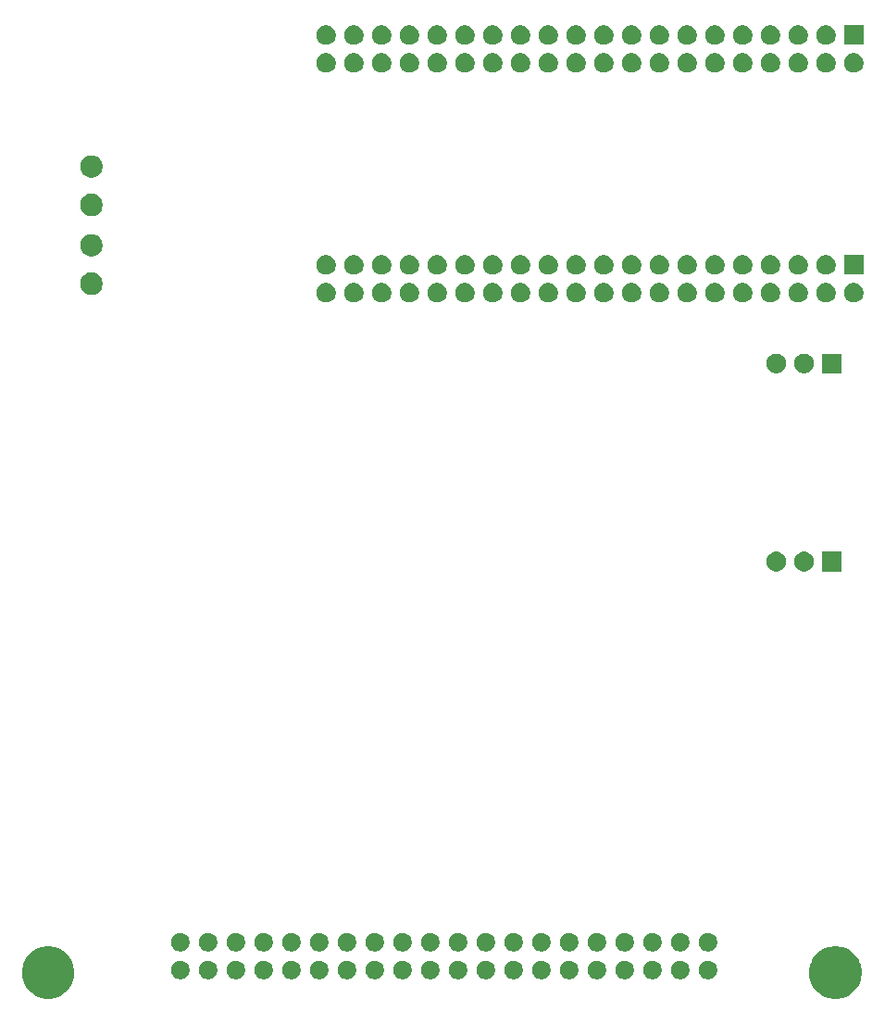
<source format=gbs>
G04 #@! TF.GenerationSoftware,KiCad,Pcbnew,(5.1.5)-3*
G04 #@! TF.CreationDate,2023-03-23T18:14:07-07:00*
G04 #@! TF.ProjectId,breakout_pcb,62726561-6b6f-4757-945f-7063622e6b69,rev?*
G04 #@! TF.SameCoordinates,Original*
G04 #@! TF.FileFunction,Soldermask,Bot*
G04 #@! TF.FilePolarity,Negative*
%FSLAX46Y46*%
G04 Gerber Fmt 4.6, Leading zero omitted, Abs format (unit mm)*
G04 Created by KiCad (PCBNEW (5.1.5)-3) date 2023-03-23 18:14:07*
%MOMM*%
%LPD*%
G04 APERTURE LIST*
%ADD10C,0.150000*%
G04 APERTURE END LIST*
D10*
G36*
X176468412Y-165645135D02*
G01*
X176700346Y-165691269D01*
X177137300Y-165872262D01*
X177530548Y-166135022D01*
X177864978Y-166469452D01*
X178127738Y-166862700D01*
X178127739Y-166862702D01*
X178180749Y-166990680D01*
X178308731Y-167299654D01*
X178320109Y-167356854D01*
X178401000Y-167763521D01*
X178401000Y-168236479D01*
X178364278Y-168421092D01*
X178308731Y-168700346D01*
X178127738Y-169137300D01*
X177864978Y-169530548D01*
X177530548Y-169864978D01*
X177137300Y-170127738D01*
X176700346Y-170308731D01*
X176468412Y-170354866D01*
X176236479Y-170401000D01*
X175763521Y-170401000D01*
X175531588Y-170354866D01*
X175299654Y-170308731D01*
X174862700Y-170127738D01*
X174469452Y-169864978D01*
X174135022Y-169530548D01*
X173872262Y-169137300D01*
X173691269Y-168700346D01*
X173635722Y-168421092D01*
X173599000Y-168236479D01*
X173599000Y-167763521D01*
X173679891Y-167356854D01*
X173691269Y-167299654D01*
X173819251Y-166990680D01*
X173872261Y-166862702D01*
X173872262Y-166862700D01*
X174135022Y-166469452D01*
X174469452Y-166135022D01*
X174862700Y-165872262D01*
X175299654Y-165691269D01*
X175531588Y-165645135D01*
X175763521Y-165599000D01*
X176236479Y-165599000D01*
X176468412Y-165645135D01*
G37*
G36*
X104468412Y-165645135D02*
G01*
X104700346Y-165691269D01*
X105137300Y-165872262D01*
X105530548Y-166135022D01*
X105864978Y-166469452D01*
X106127738Y-166862700D01*
X106127739Y-166862702D01*
X106180749Y-166990680D01*
X106308731Y-167299654D01*
X106320109Y-167356854D01*
X106401000Y-167763521D01*
X106401000Y-168236479D01*
X106364278Y-168421092D01*
X106308731Y-168700346D01*
X106127738Y-169137300D01*
X105864978Y-169530548D01*
X105530548Y-169864978D01*
X105137300Y-170127738D01*
X104700346Y-170308731D01*
X104468412Y-170354866D01*
X104236479Y-170401000D01*
X103763521Y-170401000D01*
X103531588Y-170354866D01*
X103299654Y-170308731D01*
X102862700Y-170127738D01*
X102469452Y-169864978D01*
X102135022Y-169530548D01*
X101872262Y-169137300D01*
X101691269Y-168700346D01*
X101635722Y-168421092D01*
X101599000Y-168236479D01*
X101599000Y-167763521D01*
X101679891Y-167356854D01*
X101691269Y-167299654D01*
X101819251Y-166990680D01*
X101872261Y-166862702D01*
X101872262Y-166862700D01*
X102135022Y-166469452D01*
X102469452Y-166135022D01*
X102862700Y-165872262D01*
X103299654Y-165691269D01*
X103531588Y-165645135D01*
X103763521Y-165599000D01*
X104236479Y-165599000D01*
X104468412Y-165645135D01*
G37*
G36*
X146726042Y-166925254D02*
G01*
X146808257Y-166941607D01*
X146872414Y-166968182D01*
X146963146Y-167005764D01*
X147102544Y-167098907D01*
X147221093Y-167217456D01*
X147314236Y-167356854D01*
X147378393Y-167511744D01*
X147411100Y-167676173D01*
X147411100Y-167843827D01*
X147378393Y-168008256D01*
X147314236Y-168163146D01*
X147221093Y-168302544D01*
X147102544Y-168421093D01*
X146963146Y-168514236D01*
X146872414Y-168551818D01*
X146808257Y-168578393D01*
X146726042Y-168594746D01*
X146643827Y-168611100D01*
X146476173Y-168611100D01*
X146393958Y-168594746D01*
X146311743Y-168578393D01*
X146247586Y-168551818D01*
X146156854Y-168514236D01*
X146017456Y-168421093D01*
X145898907Y-168302544D01*
X145805764Y-168163146D01*
X145741607Y-168008256D01*
X145708900Y-167843827D01*
X145708900Y-167676173D01*
X145741607Y-167511744D01*
X145805764Y-167356854D01*
X145898907Y-167217456D01*
X146017456Y-167098907D01*
X146156854Y-167005764D01*
X146247586Y-166968182D01*
X146311743Y-166941607D01*
X146393958Y-166925254D01*
X146476173Y-166908900D01*
X146643827Y-166908900D01*
X146726042Y-166925254D01*
G37*
G36*
X161966042Y-166925254D02*
G01*
X162048257Y-166941607D01*
X162112414Y-166968182D01*
X162203146Y-167005764D01*
X162342544Y-167098907D01*
X162461093Y-167217456D01*
X162554236Y-167356854D01*
X162618393Y-167511744D01*
X162651100Y-167676173D01*
X162651100Y-167843827D01*
X162618393Y-168008256D01*
X162554236Y-168163146D01*
X162461093Y-168302544D01*
X162342544Y-168421093D01*
X162203146Y-168514236D01*
X162112414Y-168551818D01*
X162048257Y-168578393D01*
X161966042Y-168594746D01*
X161883827Y-168611100D01*
X161716173Y-168611100D01*
X161633958Y-168594746D01*
X161551743Y-168578393D01*
X161487586Y-168551818D01*
X161396854Y-168514236D01*
X161257456Y-168421093D01*
X161138907Y-168302544D01*
X161045764Y-168163146D01*
X160981607Y-168008256D01*
X160948900Y-167843827D01*
X160948900Y-167676173D01*
X160981607Y-167511744D01*
X161045764Y-167356854D01*
X161138907Y-167217456D01*
X161257456Y-167098907D01*
X161396854Y-167005764D01*
X161487586Y-166968182D01*
X161551743Y-166941607D01*
X161633958Y-166925254D01*
X161716173Y-166908900D01*
X161883827Y-166908900D01*
X161966042Y-166925254D01*
G37*
G36*
X156886042Y-166925254D02*
G01*
X156968257Y-166941607D01*
X157032414Y-166968182D01*
X157123146Y-167005764D01*
X157262544Y-167098907D01*
X157381093Y-167217456D01*
X157474236Y-167356854D01*
X157538393Y-167511744D01*
X157571100Y-167676173D01*
X157571100Y-167843827D01*
X157538393Y-168008256D01*
X157474236Y-168163146D01*
X157381093Y-168302544D01*
X157262544Y-168421093D01*
X157123146Y-168514236D01*
X157032414Y-168551818D01*
X156968257Y-168578393D01*
X156886042Y-168594746D01*
X156803827Y-168611100D01*
X156636173Y-168611100D01*
X156553958Y-168594746D01*
X156471743Y-168578393D01*
X156407586Y-168551818D01*
X156316854Y-168514236D01*
X156177456Y-168421093D01*
X156058907Y-168302544D01*
X155965764Y-168163146D01*
X155901607Y-168008256D01*
X155868900Y-167843827D01*
X155868900Y-167676173D01*
X155901607Y-167511744D01*
X155965764Y-167356854D01*
X156058907Y-167217456D01*
X156177456Y-167098907D01*
X156316854Y-167005764D01*
X156407586Y-166968182D01*
X156471743Y-166941607D01*
X156553958Y-166925254D01*
X156636173Y-166908900D01*
X156803827Y-166908900D01*
X156886042Y-166925254D01*
G37*
G36*
X154346042Y-166925254D02*
G01*
X154428257Y-166941607D01*
X154492414Y-166968182D01*
X154583146Y-167005764D01*
X154722544Y-167098907D01*
X154841093Y-167217456D01*
X154934236Y-167356854D01*
X154998393Y-167511744D01*
X155031100Y-167676173D01*
X155031100Y-167843827D01*
X154998393Y-168008256D01*
X154934236Y-168163146D01*
X154841093Y-168302544D01*
X154722544Y-168421093D01*
X154583146Y-168514236D01*
X154492414Y-168551818D01*
X154428257Y-168578393D01*
X154346042Y-168594746D01*
X154263827Y-168611100D01*
X154096173Y-168611100D01*
X154013958Y-168594746D01*
X153931743Y-168578393D01*
X153867586Y-168551818D01*
X153776854Y-168514236D01*
X153637456Y-168421093D01*
X153518907Y-168302544D01*
X153425764Y-168163146D01*
X153361607Y-168008256D01*
X153328900Y-167843827D01*
X153328900Y-167676173D01*
X153361607Y-167511744D01*
X153425764Y-167356854D01*
X153518907Y-167217456D01*
X153637456Y-167098907D01*
X153776854Y-167005764D01*
X153867586Y-166968182D01*
X153931743Y-166941607D01*
X154013958Y-166925254D01*
X154096173Y-166908900D01*
X154263827Y-166908900D01*
X154346042Y-166925254D01*
G37*
G36*
X151806042Y-166925254D02*
G01*
X151888257Y-166941607D01*
X151952414Y-166968182D01*
X152043146Y-167005764D01*
X152182544Y-167098907D01*
X152301093Y-167217456D01*
X152394236Y-167356854D01*
X152458393Y-167511744D01*
X152491100Y-167676173D01*
X152491100Y-167843827D01*
X152458393Y-168008256D01*
X152394236Y-168163146D01*
X152301093Y-168302544D01*
X152182544Y-168421093D01*
X152043146Y-168514236D01*
X151952414Y-168551818D01*
X151888257Y-168578393D01*
X151806042Y-168594746D01*
X151723827Y-168611100D01*
X151556173Y-168611100D01*
X151473958Y-168594746D01*
X151391743Y-168578393D01*
X151327586Y-168551818D01*
X151236854Y-168514236D01*
X151097456Y-168421093D01*
X150978907Y-168302544D01*
X150885764Y-168163146D01*
X150821607Y-168008256D01*
X150788900Y-167843827D01*
X150788900Y-167676173D01*
X150821607Y-167511744D01*
X150885764Y-167356854D01*
X150978907Y-167217456D01*
X151097456Y-167098907D01*
X151236854Y-167005764D01*
X151327586Y-166968182D01*
X151391743Y-166941607D01*
X151473958Y-166925254D01*
X151556173Y-166908900D01*
X151723827Y-166908900D01*
X151806042Y-166925254D01*
G37*
G36*
X149266042Y-166925254D02*
G01*
X149348257Y-166941607D01*
X149412414Y-166968182D01*
X149503146Y-167005764D01*
X149642544Y-167098907D01*
X149761093Y-167217456D01*
X149854236Y-167356854D01*
X149918393Y-167511744D01*
X149951100Y-167676173D01*
X149951100Y-167843827D01*
X149918393Y-168008256D01*
X149854236Y-168163146D01*
X149761093Y-168302544D01*
X149642544Y-168421093D01*
X149503146Y-168514236D01*
X149412414Y-168551818D01*
X149348257Y-168578393D01*
X149266042Y-168594746D01*
X149183827Y-168611100D01*
X149016173Y-168611100D01*
X148933958Y-168594746D01*
X148851743Y-168578393D01*
X148787586Y-168551818D01*
X148696854Y-168514236D01*
X148557456Y-168421093D01*
X148438907Y-168302544D01*
X148345764Y-168163146D01*
X148281607Y-168008256D01*
X148248900Y-167843827D01*
X148248900Y-167676173D01*
X148281607Y-167511744D01*
X148345764Y-167356854D01*
X148438907Y-167217456D01*
X148557456Y-167098907D01*
X148696854Y-167005764D01*
X148787586Y-166968182D01*
X148851743Y-166941607D01*
X148933958Y-166925254D01*
X149016173Y-166908900D01*
X149183827Y-166908900D01*
X149266042Y-166925254D01*
G37*
G36*
X144186042Y-166925254D02*
G01*
X144268257Y-166941607D01*
X144332414Y-166968182D01*
X144423146Y-167005764D01*
X144562544Y-167098907D01*
X144681093Y-167217456D01*
X144774236Y-167356854D01*
X144838393Y-167511744D01*
X144871100Y-167676173D01*
X144871100Y-167843827D01*
X144838393Y-168008256D01*
X144774236Y-168163146D01*
X144681093Y-168302544D01*
X144562544Y-168421093D01*
X144423146Y-168514236D01*
X144332414Y-168551818D01*
X144268257Y-168578393D01*
X144186042Y-168594746D01*
X144103827Y-168611100D01*
X143936173Y-168611100D01*
X143853958Y-168594746D01*
X143771743Y-168578393D01*
X143707586Y-168551818D01*
X143616854Y-168514236D01*
X143477456Y-168421093D01*
X143358907Y-168302544D01*
X143265764Y-168163146D01*
X143201607Y-168008256D01*
X143168900Y-167843827D01*
X143168900Y-167676173D01*
X143201607Y-167511744D01*
X143265764Y-167356854D01*
X143358907Y-167217456D01*
X143477456Y-167098907D01*
X143616854Y-167005764D01*
X143707586Y-166968182D01*
X143771743Y-166941607D01*
X143853958Y-166925254D01*
X143936173Y-166908900D01*
X144103827Y-166908900D01*
X144186042Y-166925254D01*
G37*
G36*
X141646042Y-166925254D02*
G01*
X141728257Y-166941607D01*
X141792414Y-166968182D01*
X141883146Y-167005764D01*
X142022544Y-167098907D01*
X142141093Y-167217456D01*
X142234236Y-167356854D01*
X142298393Y-167511744D01*
X142331100Y-167676173D01*
X142331100Y-167843827D01*
X142298393Y-168008256D01*
X142234236Y-168163146D01*
X142141093Y-168302544D01*
X142022544Y-168421093D01*
X141883146Y-168514236D01*
X141792414Y-168551818D01*
X141728257Y-168578393D01*
X141646042Y-168594746D01*
X141563827Y-168611100D01*
X141396173Y-168611100D01*
X141313958Y-168594746D01*
X141231743Y-168578393D01*
X141167586Y-168551818D01*
X141076854Y-168514236D01*
X140937456Y-168421093D01*
X140818907Y-168302544D01*
X140725764Y-168163146D01*
X140661607Y-168008256D01*
X140628900Y-167843827D01*
X140628900Y-167676173D01*
X140661607Y-167511744D01*
X140725764Y-167356854D01*
X140818907Y-167217456D01*
X140937456Y-167098907D01*
X141076854Y-167005764D01*
X141167586Y-166968182D01*
X141231743Y-166941607D01*
X141313958Y-166925254D01*
X141396173Y-166908900D01*
X141563827Y-166908900D01*
X141646042Y-166925254D01*
G37*
G36*
X159426042Y-166925254D02*
G01*
X159508257Y-166941607D01*
X159572414Y-166968182D01*
X159663146Y-167005764D01*
X159802544Y-167098907D01*
X159921093Y-167217456D01*
X160014236Y-167356854D01*
X160078393Y-167511744D01*
X160111100Y-167676173D01*
X160111100Y-167843827D01*
X160078393Y-168008256D01*
X160014236Y-168163146D01*
X159921093Y-168302544D01*
X159802544Y-168421093D01*
X159663146Y-168514236D01*
X159572414Y-168551818D01*
X159508257Y-168578393D01*
X159426042Y-168594746D01*
X159343827Y-168611100D01*
X159176173Y-168611100D01*
X159093958Y-168594746D01*
X159011743Y-168578393D01*
X158947586Y-168551818D01*
X158856854Y-168514236D01*
X158717456Y-168421093D01*
X158598907Y-168302544D01*
X158505764Y-168163146D01*
X158441607Y-168008256D01*
X158408900Y-167843827D01*
X158408900Y-167676173D01*
X158441607Y-167511744D01*
X158505764Y-167356854D01*
X158598907Y-167217456D01*
X158717456Y-167098907D01*
X158856854Y-167005764D01*
X158947586Y-166968182D01*
X159011743Y-166941607D01*
X159093958Y-166925254D01*
X159176173Y-166908900D01*
X159343827Y-166908900D01*
X159426042Y-166925254D01*
G37*
G36*
X136566042Y-166925254D02*
G01*
X136648257Y-166941607D01*
X136712414Y-166968182D01*
X136803146Y-167005764D01*
X136942544Y-167098907D01*
X137061093Y-167217456D01*
X137154236Y-167356854D01*
X137218393Y-167511744D01*
X137251100Y-167676173D01*
X137251100Y-167843827D01*
X137218393Y-168008256D01*
X137154236Y-168163146D01*
X137061093Y-168302544D01*
X136942544Y-168421093D01*
X136803146Y-168514236D01*
X136712414Y-168551818D01*
X136648257Y-168578393D01*
X136566042Y-168594746D01*
X136483827Y-168611100D01*
X136316173Y-168611100D01*
X136233958Y-168594746D01*
X136151743Y-168578393D01*
X136087586Y-168551818D01*
X135996854Y-168514236D01*
X135857456Y-168421093D01*
X135738907Y-168302544D01*
X135645764Y-168163146D01*
X135581607Y-168008256D01*
X135548900Y-167843827D01*
X135548900Y-167676173D01*
X135581607Y-167511744D01*
X135645764Y-167356854D01*
X135738907Y-167217456D01*
X135857456Y-167098907D01*
X135996854Y-167005764D01*
X136087586Y-166968182D01*
X136151743Y-166941607D01*
X136233958Y-166925254D01*
X136316173Y-166908900D01*
X136483827Y-166908900D01*
X136566042Y-166925254D01*
G37*
G36*
X131486042Y-166925254D02*
G01*
X131568257Y-166941607D01*
X131632414Y-166968182D01*
X131723146Y-167005764D01*
X131862544Y-167098907D01*
X131981093Y-167217456D01*
X132074236Y-167356854D01*
X132138393Y-167511744D01*
X132171100Y-167676173D01*
X132171100Y-167843827D01*
X132138393Y-168008256D01*
X132074236Y-168163146D01*
X131981093Y-168302544D01*
X131862544Y-168421093D01*
X131723146Y-168514236D01*
X131632414Y-168551818D01*
X131568257Y-168578393D01*
X131486042Y-168594746D01*
X131403827Y-168611100D01*
X131236173Y-168611100D01*
X131153958Y-168594746D01*
X131071743Y-168578393D01*
X131007586Y-168551818D01*
X130916854Y-168514236D01*
X130777456Y-168421093D01*
X130658907Y-168302544D01*
X130565764Y-168163146D01*
X130501607Y-168008256D01*
X130468900Y-167843827D01*
X130468900Y-167676173D01*
X130501607Y-167511744D01*
X130565764Y-167356854D01*
X130658907Y-167217456D01*
X130777456Y-167098907D01*
X130916854Y-167005764D01*
X131007586Y-166968182D01*
X131071743Y-166941607D01*
X131153958Y-166925254D01*
X131236173Y-166908900D01*
X131403827Y-166908900D01*
X131486042Y-166925254D01*
G37*
G36*
X139106042Y-166925254D02*
G01*
X139188257Y-166941607D01*
X139252414Y-166968182D01*
X139343146Y-167005764D01*
X139482544Y-167098907D01*
X139601093Y-167217456D01*
X139694236Y-167356854D01*
X139758393Y-167511744D01*
X139791100Y-167676173D01*
X139791100Y-167843827D01*
X139758393Y-168008256D01*
X139694236Y-168163146D01*
X139601093Y-168302544D01*
X139482544Y-168421093D01*
X139343146Y-168514236D01*
X139252414Y-168551818D01*
X139188257Y-168578393D01*
X139106042Y-168594746D01*
X139023827Y-168611100D01*
X138856173Y-168611100D01*
X138773958Y-168594746D01*
X138691743Y-168578393D01*
X138627586Y-168551818D01*
X138536854Y-168514236D01*
X138397456Y-168421093D01*
X138278907Y-168302544D01*
X138185764Y-168163146D01*
X138121607Y-168008256D01*
X138088900Y-167843827D01*
X138088900Y-167676173D01*
X138121607Y-167511744D01*
X138185764Y-167356854D01*
X138278907Y-167217456D01*
X138397456Y-167098907D01*
X138536854Y-167005764D01*
X138627586Y-166968182D01*
X138691743Y-166941607D01*
X138773958Y-166925254D01*
X138856173Y-166908900D01*
X139023827Y-166908900D01*
X139106042Y-166925254D01*
G37*
G36*
X164506042Y-166925254D02*
G01*
X164588257Y-166941607D01*
X164652414Y-166968182D01*
X164743146Y-167005764D01*
X164882544Y-167098907D01*
X165001093Y-167217456D01*
X165094236Y-167356854D01*
X165158393Y-167511744D01*
X165191100Y-167676173D01*
X165191100Y-167843827D01*
X165158393Y-168008256D01*
X165094236Y-168163146D01*
X165001093Y-168302544D01*
X164882544Y-168421093D01*
X164743146Y-168514236D01*
X164652414Y-168551818D01*
X164588257Y-168578393D01*
X164506042Y-168594746D01*
X164423827Y-168611100D01*
X164256173Y-168611100D01*
X164173958Y-168594746D01*
X164091743Y-168578393D01*
X164027586Y-168551818D01*
X163936854Y-168514236D01*
X163797456Y-168421093D01*
X163678907Y-168302544D01*
X163585764Y-168163146D01*
X163521607Y-168008256D01*
X163488900Y-167843827D01*
X163488900Y-167676173D01*
X163521607Y-167511744D01*
X163585764Y-167356854D01*
X163678907Y-167217456D01*
X163797456Y-167098907D01*
X163936854Y-167005764D01*
X164027586Y-166968182D01*
X164091743Y-166941607D01*
X164173958Y-166925254D01*
X164256173Y-166908900D01*
X164423827Y-166908900D01*
X164506042Y-166925254D01*
G37*
G36*
X116246042Y-166925254D02*
G01*
X116328257Y-166941607D01*
X116392414Y-166968182D01*
X116483146Y-167005764D01*
X116622544Y-167098907D01*
X116741093Y-167217456D01*
X116834236Y-167356854D01*
X116898393Y-167511744D01*
X116931100Y-167676173D01*
X116931100Y-167843827D01*
X116898393Y-168008256D01*
X116834236Y-168163146D01*
X116741093Y-168302544D01*
X116622544Y-168421093D01*
X116483146Y-168514236D01*
X116392414Y-168551818D01*
X116328257Y-168578393D01*
X116246042Y-168594746D01*
X116163827Y-168611100D01*
X115996173Y-168611100D01*
X115913958Y-168594746D01*
X115831743Y-168578393D01*
X115767586Y-168551818D01*
X115676854Y-168514236D01*
X115537456Y-168421093D01*
X115418907Y-168302544D01*
X115325764Y-168163146D01*
X115261607Y-168008256D01*
X115228900Y-167843827D01*
X115228900Y-167676173D01*
X115261607Y-167511744D01*
X115325764Y-167356854D01*
X115418907Y-167217456D01*
X115537456Y-167098907D01*
X115676854Y-167005764D01*
X115767586Y-166968182D01*
X115831743Y-166941607D01*
X115913958Y-166925254D01*
X115996173Y-166908900D01*
X116163827Y-166908900D01*
X116246042Y-166925254D01*
G37*
G36*
X118786042Y-166925254D02*
G01*
X118868257Y-166941607D01*
X118932414Y-166968182D01*
X119023146Y-167005764D01*
X119162544Y-167098907D01*
X119281093Y-167217456D01*
X119374236Y-167356854D01*
X119438393Y-167511744D01*
X119471100Y-167676173D01*
X119471100Y-167843827D01*
X119438393Y-168008256D01*
X119374236Y-168163146D01*
X119281093Y-168302544D01*
X119162544Y-168421093D01*
X119023146Y-168514236D01*
X118932414Y-168551818D01*
X118868257Y-168578393D01*
X118786042Y-168594746D01*
X118703827Y-168611100D01*
X118536173Y-168611100D01*
X118453958Y-168594746D01*
X118371743Y-168578393D01*
X118307586Y-168551818D01*
X118216854Y-168514236D01*
X118077456Y-168421093D01*
X117958907Y-168302544D01*
X117865764Y-168163146D01*
X117801607Y-168008256D01*
X117768900Y-167843827D01*
X117768900Y-167676173D01*
X117801607Y-167511744D01*
X117865764Y-167356854D01*
X117958907Y-167217456D01*
X118077456Y-167098907D01*
X118216854Y-167005764D01*
X118307586Y-166968182D01*
X118371743Y-166941607D01*
X118453958Y-166925254D01*
X118536173Y-166908900D01*
X118703827Y-166908900D01*
X118786042Y-166925254D01*
G37*
G36*
X121326042Y-166925254D02*
G01*
X121408257Y-166941607D01*
X121472414Y-166968182D01*
X121563146Y-167005764D01*
X121702544Y-167098907D01*
X121821093Y-167217456D01*
X121914236Y-167356854D01*
X121978393Y-167511744D01*
X122011100Y-167676173D01*
X122011100Y-167843827D01*
X121978393Y-168008256D01*
X121914236Y-168163146D01*
X121821093Y-168302544D01*
X121702544Y-168421093D01*
X121563146Y-168514236D01*
X121472414Y-168551818D01*
X121408257Y-168578393D01*
X121326042Y-168594746D01*
X121243827Y-168611100D01*
X121076173Y-168611100D01*
X120993958Y-168594746D01*
X120911743Y-168578393D01*
X120847586Y-168551818D01*
X120756854Y-168514236D01*
X120617456Y-168421093D01*
X120498907Y-168302544D01*
X120405764Y-168163146D01*
X120341607Y-168008256D01*
X120308900Y-167843827D01*
X120308900Y-167676173D01*
X120341607Y-167511744D01*
X120405764Y-167356854D01*
X120498907Y-167217456D01*
X120617456Y-167098907D01*
X120756854Y-167005764D01*
X120847586Y-166968182D01*
X120911743Y-166941607D01*
X120993958Y-166925254D01*
X121076173Y-166908900D01*
X121243827Y-166908900D01*
X121326042Y-166925254D01*
G37*
G36*
X123866042Y-166925254D02*
G01*
X123948257Y-166941607D01*
X124012414Y-166968182D01*
X124103146Y-167005764D01*
X124242544Y-167098907D01*
X124361093Y-167217456D01*
X124454236Y-167356854D01*
X124518393Y-167511744D01*
X124551100Y-167676173D01*
X124551100Y-167843827D01*
X124518393Y-168008256D01*
X124454236Y-168163146D01*
X124361093Y-168302544D01*
X124242544Y-168421093D01*
X124103146Y-168514236D01*
X124012414Y-168551818D01*
X123948257Y-168578393D01*
X123866042Y-168594746D01*
X123783827Y-168611100D01*
X123616173Y-168611100D01*
X123533958Y-168594746D01*
X123451743Y-168578393D01*
X123387586Y-168551818D01*
X123296854Y-168514236D01*
X123157456Y-168421093D01*
X123038907Y-168302544D01*
X122945764Y-168163146D01*
X122881607Y-168008256D01*
X122848900Y-167843827D01*
X122848900Y-167676173D01*
X122881607Y-167511744D01*
X122945764Y-167356854D01*
X123038907Y-167217456D01*
X123157456Y-167098907D01*
X123296854Y-167005764D01*
X123387586Y-166968182D01*
X123451743Y-166941607D01*
X123533958Y-166925254D01*
X123616173Y-166908900D01*
X123783827Y-166908900D01*
X123866042Y-166925254D01*
G37*
G36*
X126406042Y-166925254D02*
G01*
X126488257Y-166941607D01*
X126552414Y-166968182D01*
X126643146Y-167005764D01*
X126782544Y-167098907D01*
X126901093Y-167217456D01*
X126994236Y-167356854D01*
X127058393Y-167511744D01*
X127091100Y-167676173D01*
X127091100Y-167843827D01*
X127058393Y-168008256D01*
X126994236Y-168163146D01*
X126901093Y-168302544D01*
X126782544Y-168421093D01*
X126643146Y-168514236D01*
X126552414Y-168551818D01*
X126488257Y-168578393D01*
X126406042Y-168594746D01*
X126323827Y-168611100D01*
X126156173Y-168611100D01*
X126073958Y-168594746D01*
X125991743Y-168578393D01*
X125927586Y-168551818D01*
X125836854Y-168514236D01*
X125697456Y-168421093D01*
X125578907Y-168302544D01*
X125485764Y-168163146D01*
X125421607Y-168008256D01*
X125388900Y-167843827D01*
X125388900Y-167676173D01*
X125421607Y-167511744D01*
X125485764Y-167356854D01*
X125578907Y-167217456D01*
X125697456Y-167098907D01*
X125836854Y-167005764D01*
X125927586Y-166968182D01*
X125991743Y-166941607D01*
X126073958Y-166925254D01*
X126156173Y-166908900D01*
X126323827Y-166908900D01*
X126406042Y-166925254D01*
G37*
G36*
X128946042Y-166925254D02*
G01*
X129028257Y-166941607D01*
X129092414Y-166968182D01*
X129183146Y-167005764D01*
X129322544Y-167098907D01*
X129441093Y-167217456D01*
X129534236Y-167356854D01*
X129598393Y-167511744D01*
X129631100Y-167676173D01*
X129631100Y-167843827D01*
X129598393Y-168008256D01*
X129534236Y-168163146D01*
X129441093Y-168302544D01*
X129322544Y-168421093D01*
X129183146Y-168514236D01*
X129092414Y-168551818D01*
X129028257Y-168578393D01*
X128946042Y-168594746D01*
X128863827Y-168611100D01*
X128696173Y-168611100D01*
X128613958Y-168594746D01*
X128531743Y-168578393D01*
X128467586Y-168551818D01*
X128376854Y-168514236D01*
X128237456Y-168421093D01*
X128118907Y-168302544D01*
X128025764Y-168163146D01*
X127961607Y-168008256D01*
X127928900Y-167843827D01*
X127928900Y-167676173D01*
X127961607Y-167511744D01*
X128025764Y-167356854D01*
X128118907Y-167217456D01*
X128237456Y-167098907D01*
X128376854Y-167005764D01*
X128467586Y-166968182D01*
X128531743Y-166941607D01*
X128613958Y-166925254D01*
X128696173Y-166908900D01*
X128863827Y-166908900D01*
X128946042Y-166925254D01*
G37*
G36*
X134026042Y-166925254D02*
G01*
X134108257Y-166941607D01*
X134172414Y-166968182D01*
X134263146Y-167005764D01*
X134402544Y-167098907D01*
X134521093Y-167217456D01*
X134614236Y-167356854D01*
X134678393Y-167511744D01*
X134711100Y-167676173D01*
X134711100Y-167843827D01*
X134678393Y-168008256D01*
X134614236Y-168163146D01*
X134521093Y-168302544D01*
X134402544Y-168421093D01*
X134263146Y-168514236D01*
X134172414Y-168551818D01*
X134108257Y-168578393D01*
X134026042Y-168594746D01*
X133943827Y-168611100D01*
X133776173Y-168611100D01*
X133693958Y-168594746D01*
X133611743Y-168578393D01*
X133547586Y-168551818D01*
X133456854Y-168514236D01*
X133317456Y-168421093D01*
X133198907Y-168302544D01*
X133105764Y-168163146D01*
X133041607Y-168008256D01*
X133008900Y-167843827D01*
X133008900Y-167676173D01*
X133041607Y-167511744D01*
X133105764Y-167356854D01*
X133198907Y-167217456D01*
X133317456Y-167098907D01*
X133456854Y-167005764D01*
X133547586Y-166968182D01*
X133611743Y-166941607D01*
X133693958Y-166925254D01*
X133776173Y-166908900D01*
X133943827Y-166908900D01*
X134026042Y-166925254D01*
G37*
G36*
X146726041Y-164385253D02*
G01*
X146808257Y-164401607D01*
X146872414Y-164428182D01*
X146963146Y-164465764D01*
X147102544Y-164558907D01*
X147221093Y-164677456D01*
X147314236Y-164816854D01*
X147378393Y-164971744D01*
X147411100Y-165136173D01*
X147411100Y-165303827D01*
X147378393Y-165468256D01*
X147314236Y-165623146D01*
X147221093Y-165762544D01*
X147102544Y-165881093D01*
X146963146Y-165974236D01*
X146872414Y-166011818D01*
X146808257Y-166038393D01*
X146726042Y-166054746D01*
X146643827Y-166071100D01*
X146476173Y-166071100D01*
X146393958Y-166054746D01*
X146311743Y-166038393D01*
X146247586Y-166011818D01*
X146156854Y-165974236D01*
X146017456Y-165881093D01*
X145898907Y-165762544D01*
X145805764Y-165623146D01*
X145741607Y-165468256D01*
X145708900Y-165303827D01*
X145708900Y-165136173D01*
X145741607Y-164971744D01*
X145805764Y-164816854D01*
X145898907Y-164677456D01*
X146017456Y-164558907D01*
X146156854Y-164465764D01*
X146247586Y-164428182D01*
X146311743Y-164401607D01*
X146393959Y-164385253D01*
X146476173Y-164368900D01*
X146643827Y-164368900D01*
X146726041Y-164385253D01*
G37*
G36*
X116246041Y-164385253D02*
G01*
X116328257Y-164401607D01*
X116392414Y-164428182D01*
X116483146Y-164465764D01*
X116622544Y-164558907D01*
X116741093Y-164677456D01*
X116834236Y-164816854D01*
X116898393Y-164971744D01*
X116931100Y-165136173D01*
X116931100Y-165303827D01*
X116898393Y-165468256D01*
X116834236Y-165623146D01*
X116741093Y-165762544D01*
X116622544Y-165881093D01*
X116483146Y-165974236D01*
X116392414Y-166011818D01*
X116328257Y-166038393D01*
X116246042Y-166054746D01*
X116163827Y-166071100D01*
X115996173Y-166071100D01*
X115913958Y-166054746D01*
X115831743Y-166038393D01*
X115767586Y-166011818D01*
X115676854Y-165974236D01*
X115537456Y-165881093D01*
X115418907Y-165762544D01*
X115325764Y-165623146D01*
X115261607Y-165468256D01*
X115228900Y-165303827D01*
X115228900Y-165136173D01*
X115261607Y-164971744D01*
X115325764Y-164816854D01*
X115418907Y-164677456D01*
X115537456Y-164558907D01*
X115676854Y-164465764D01*
X115767586Y-164428182D01*
X115831743Y-164401607D01*
X115913959Y-164385253D01*
X115996173Y-164368900D01*
X116163827Y-164368900D01*
X116246041Y-164385253D01*
G37*
G36*
X118786041Y-164385253D02*
G01*
X118868257Y-164401607D01*
X118932414Y-164428182D01*
X119023146Y-164465764D01*
X119162544Y-164558907D01*
X119281093Y-164677456D01*
X119374236Y-164816854D01*
X119438393Y-164971744D01*
X119471100Y-165136173D01*
X119471100Y-165303827D01*
X119438393Y-165468256D01*
X119374236Y-165623146D01*
X119281093Y-165762544D01*
X119162544Y-165881093D01*
X119023146Y-165974236D01*
X118932414Y-166011818D01*
X118868257Y-166038393D01*
X118786042Y-166054746D01*
X118703827Y-166071100D01*
X118536173Y-166071100D01*
X118453958Y-166054746D01*
X118371743Y-166038393D01*
X118307586Y-166011818D01*
X118216854Y-165974236D01*
X118077456Y-165881093D01*
X117958907Y-165762544D01*
X117865764Y-165623146D01*
X117801607Y-165468256D01*
X117768900Y-165303827D01*
X117768900Y-165136173D01*
X117801607Y-164971744D01*
X117865764Y-164816854D01*
X117958907Y-164677456D01*
X118077456Y-164558907D01*
X118216854Y-164465764D01*
X118307586Y-164428182D01*
X118371743Y-164401607D01*
X118453959Y-164385253D01*
X118536173Y-164368900D01*
X118703827Y-164368900D01*
X118786041Y-164385253D01*
G37*
G36*
X121326041Y-164385253D02*
G01*
X121408257Y-164401607D01*
X121472414Y-164428182D01*
X121563146Y-164465764D01*
X121702544Y-164558907D01*
X121821093Y-164677456D01*
X121914236Y-164816854D01*
X121978393Y-164971744D01*
X122011100Y-165136173D01*
X122011100Y-165303827D01*
X121978393Y-165468256D01*
X121914236Y-165623146D01*
X121821093Y-165762544D01*
X121702544Y-165881093D01*
X121563146Y-165974236D01*
X121472414Y-166011818D01*
X121408257Y-166038393D01*
X121326042Y-166054746D01*
X121243827Y-166071100D01*
X121076173Y-166071100D01*
X120993958Y-166054746D01*
X120911743Y-166038393D01*
X120847586Y-166011818D01*
X120756854Y-165974236D01*
X120617456Y-165881093D01*
X120498907Y-165762544D01*
X120405764Y-165623146D01*
X120341607Y-165468256D01*
X120308900Y-165303827D01*
X120308900Y-165136173D01*
X120341607Y-164971744D01*
X120405764Y-164816854D01*
X120498907Y-164677456D01*
X120617456Y-164558907D01*
X120756854Y-164465764D01*
X120847586Y-164428182D01*
X120911743Y-164401607D01*
X120993959Y-164385253D01*
X121076173Y-164368900D01*
X121243827Y-164368900D01*
X121326041Y-164385253D01*
G37*
G36*
X123866041Y-164385253D02*
G01*
X123948257Y-164401607D01*
X124012414Y-164428182D01*
X124103146Y-164465764D01*
X124242544Y-164558907D01*
X124361093Y-164677456D01*
X124454236Y-164816854D01*
X124518393Y-164971744D01*
X124551100Y-165136173D01*
X124551100Y-165303827D01*
X124518393Y-165468256D01*
X124454236Y-165623146D01*
X124361093Y-165762544D01*
X124242544Y-165881093D01*
X124103146Y-165974236D01*
X124012414Y-166011818D01*
X123948257Y-166038393D01*
X123866042Y-166054746D01*
X123783827Y-166071100D01*
X123616173Y-166071100D01*
X123533958Y-166054746D01*
X123451743Y-166038393D01*
X123387586Y-166011818D01*
X123296854Y-165974236D01*
X123157456Y-165881093D01*
X123038907Y-165762544D01*
X122945764Y-165623146D01*
X122881607Y-165468256D01*
X122848900Y-165303827D01*
X122848900Y-165136173D01*
X122881607Y-164971744D01*
X122945764Y-164816854D01*
X123038907Y-164677456D01*
X123157456Y-164558907D01*
X123296854Y-164465764D01*
X123387586Y-164428182D01*
X123451743Y-164401607D01*
X123533959Y-164385253D01*
X123616173Y-164368900D01*
X123783827Y-164368900D01*
X123866041Y-164385253D01*
G37*
G36*
X126406041Y-164385253D02*
G01*
X126488257Y-164401607D01*
X126552414Y-164428182D01*
X126643146Y-164465764D01*
X126782544Y-164558907D01*
X126901093Y-164677456D01*
X126994236Y-164816854D01*
X127058393Y-164971744D01*
X127091100Y-165136173D01*
X127091100Y-165303827D01*
X127058393Y-165468256D01*
X126994236Y-165623146D01*
X126901093Y-165762544D01*
X126782544Y-165881093D01*
X126643146Y-165974236D01*
X126552414Y-166011818D01*
X126488257Y-166038393D01*
X126406042Y-166054746D01*
X126323827Y-166071100D01*
X126156173Y-166071100D01*
X126073958Y-166054746D01*
X125991743Y-166038393D01*
X125927586Y-166011818D01*
X125836854Y-165974236D01*
X125697456Y-165881093D01*
X125578907Y-165762544D01*
X125485764Y-165623146D01*
X125421607Y-165468256D01*
X125388900Y-165303827D01*
X125388900Y-165136173D01*
X125421607Y-164971744D01*
X125485764Y-164816854D01*
X125578907Y-164677456D01*
X125697456Y-164558907D01*
X125836854Y-164465764D01*
X125927586Y-164428182D01*
X125991743Y-164401607D01*
X126073959Y-164385253D01*
X126156173Y-164368900D01*
X126323827Y-164368900D01*
X126406041Y-164385253D01*
G37*
G36*
X128946041Y-164385253D02*
G01*
X129028257Y-164401607D01*
X129092414Y-164428182D01*
X129183146Y-164465764D01*
X129322544Y-164558907D01*
X129441093Y-164677456D01*
X129534236Y-164816854D01*
X129598393Y-164971744D01*
X129631100Y-165136173D01*
X129631100Y-165303827D01*
X129598393Y-165468256D01*
X129534236Y-165623146D01*
X129441093Y-165762544D01*
X129322544Y-165881093D01*
X129183146Y-165974236D01*
X129092414Y-166011818D01*
X129028257Y-166038393D01*
X128946042Y-166054746D01*
X128863827Y-166071100D01*
X128696173Y-166071100D01*
X128613958Y-166054746D01*
X128531743Y-166038393D01*
X128467586Y-166011818D01*
X128376854Y-165974236D01*
X128237456Y-165881093D01*
X128118907Y-165762544D01*
X128025764Y-165623146D01*
X127961607Y-165468256D01*
X127928900Y-165303827D01*
X127928900Y-165136173D01*
X127961607Y-164971744D01*
X128025764Y-164816854D01*
X128118907Y-164677456D01*
X128237456Y-164558907D01*
X128376854Y-164465764D01*
X128467586Y-164428182D01*
X128531743Y-164401607D01*
X128613959Y-164385253D01*
X128696173Y-164368900D01*
X128863827Y-164368900D01*
X128946041Y-164385253D01*
G37*
G36*
X131486041Y-164385253D02*
G01*
X131568257Y-164401607D01*
X131632414Y-164428182D01*
X131723146Y-164465764D01*
X131862544Y-164558907D01*
X131981093Y-164677456D01*
X132074236Y-164816854D01*
X132138393Y-164971744D01*
X132171100Y-165136173D01*
X132171100Y-165303827D01*
X132138393Y-165468256D01*
X132074236Y-165623146D01*
X131981093Y-165762544D01*
X131862544Y-165881093D01*
X131723146Y-165974236D01*
X131632414Y-166011818D01*
X131568257Y-166038393D01*
X131486042Y-166054746D01*
X131403827Y-166071100D01*
X131236173Y-166071100D01*
X131153958Y-166054746D01*
X131071743Y-166038393D01*
X131007586Y-166011818D01*
X130916854Y-165974236D01*
X130777456Y-165881093D01*
X130658907Y-165762544D01*
X130565764Y-165623146D01*
X130501607Y-165468256D01*
X130468900Y-165303827D01*
X130468900Y-165136173D01*
X130501607Y-164971744D01*
X130565764Y-164816854D01*
X130658907Y-164677456D01*
X130777456Y-164558907D01*
X130916854Y-164465764D01*
X131007586Y-164428182D01*
X131071743Y-164401607D01*
X131153959Y-164385253D01*
X131236173Y-164368900D01*
X131403827Y-164368900D01*
X131486041Y-164385253D01*
G37*
G36*
X134026041Y-164385253D02*
G01*
X134108257Y-164401607D01*
X134172414Y-164428182D01*
X134263146Y-164465764D01*
X134402544Y-164558907D01*
X134521093Y-164677456D01*
X134614236Y-164816854D01*
X134678393Y-164971744D01*
X134711100Y-165136173D01*
X134711100Y-165303827D01*
X134678393Y-165468256D01*
X134614236Y-165623146D01*
X134521093Y-165762544D01*
X134402544Y-165881093D01*
X134263146Y-165974236D01*
X134172414Y-166011818D01*
X134108257Y-166038393D01*
X134026042Y-166054746D01*
X133943827Y-166071100D01*
X133776173Y-166071100D01*
X133693958Y-166054746D01*
X133611743Y-166038393D01*
X133547586Y-166011818D01*
X133456854Y-165974236D01*
X133317456Y-165881093D01*
X133198907Y-165762544D01*
X133105764Y-165623146D01*
X133041607Y-165468256D01*
X133008900Y-165303827D01*
X133008900Y-165136173D01*
X133041607Y-164971744D01*
X133105764Y-164816854D01*
X133198907Y-164677456D01*
X133317456Y-164558907D01*
X133456854Y-164465764D01*
X133547586Y-164428182D01*
X133611743Y-164401607D01*
X133693959Y-164385253D01*
X133776173Y-164368900D01*
X133943827Y-164368900D01*
X134026041Y-164385253D01*
G37*
G36*
X136566041Y-164385253D02*
G01*
X136648257Y-164401607D01*
X136712414Y-164428182D01*
X136803146Y-164465764D01*
X136942544Y-164558907D01*
X137061093Y-164677456D01*
X137154236Y-164816854D01*
X137218393Y-164971744D01*
X137251100Y-165136173D01*
X137251100Y-165303827D01*
X137218393Y-165468256D01*
X137154236Y-165623146D01*
X137061093Y-165762544D01*
X136942544Y-165881093D01*
X136803146Y-165974236D01*
X136712414Y-166011818D01*
X136648257Y-166038393D01*
X136566042Y-166054746D01*
X136483827Y-166071100D01*
X136316173Y-166071100D01*
X136233958Y-166054746D01*
X136151743Y-166038393D01*
X136087586Y-166011818D01*
X135996854Y-165974236D01*
X135857456Y-165881093D01*
X135738907Y-165762544D01*
X135645764Y-165623146D01*
X135581607Y-165468256D01*
X135548900Y-165303827D01*
X135548900Y-165136173D01*
X135581607Y-164971744D01*
X135645764Y-164816854D01*
X135738907Y-164677456D01*
X135857456Y-164558907D01*
X135996854Y-164465764D01*
X136087586Y-164428182D01*
X136151743Y-164401607D01*
X136233959Y-164385253D01*
X136316173Y-164368900D01*
X136483827Y-164368900D01*
X136566041Y-164385253D01*
G37*
G36*
X141646041Y-164385253D02*
G01*
X141728257Y-164401607D01*
X141792414Y-164428182D01*
X141883146Y-164465764D01*
X142022544Y-164558907D01*
X142141093Y-164677456D01*
X142234236Y-164816854D01*
X142298393Y-164971744D01*
X142331100Y-165136173D01*
X142331100Y-165303827D01*
X142298393Y-165468256D01*
X142234236Y-165623146D01*
X142141093Y-165762544D01*
X142022544Y-165881093D01*
X141883146Y-165974236D01*
X141792414Y-166011818D01*
X141728257Y-166038393D01*
X141646042Y-166054746D01*
X141563827Y-166071100D01*
X141396173Y-166071100D01*
X141313958Y-166054746D01*
X141231743Y-166038393D01*
X141167586Y-166011818D01*
X141076854Y-165974236D01*
X140937456Y-165881093D01*
X140818907Y-165762544D01*
X140725764Y-165623146D01*
X140661607Y-165468256D01*
X140628900Y-165303827D01*
X140628900Y-165136173D01*
X140661607Y-164971744D01*
X140725764Y-164816854D01*
X140818907Y-164677456D01*
X140937456Y-164558907D01*
X141076854Y-164465764D01*
X141167586Y-164428182D01*
X141231743Y-164401607D01*
X141313959Y-164385253D01*
X141396173Y-164368900D01*
X141563827Y-164368900D01*
X141646041Y-164385253D01*
G37*
G36*
X144186041Y-164385253D02*
G01*
X144268257Y-164401607D01*
X144332414Y-164428182D01*
X144423146Y-164465764D01*
X144562544Y-164558907D01*
X144681093Y-164677456D01*
X144774236Y-164816854D01*
X144838393Y-164971744D01*
X144871100Y-165136173D01*
X144871100Y-165303827D01*
X144838393Y-165468256D01*
X144774236Y-165623146D01*
X144681093Y-165762544D01*
X144562544Y-165881093D01*
X144423146Y-165974236D01*
X144332414Y-166011818D01*
X144268257Y-166038393D01*
X144186042Y-166054746D01*
X144103827Y-166071100D01*
X143936173Y-166071100D01*
X143853958Y-166054746D01*
X143771743Y-166038393D01*
X143707586Y-166011818D01*
X143616854Y-165974236D01*
X143477456Y-165881093D01*
X143358907Y-165762544D01*
X143265764Y-165623146D01*
X143201607Y-165468256D01*
X143168900Y-165303827D01*
X143168900Y-165136173D01*
X143201607Y-164971744D01*
X143265764Y-164816854D01*
X143358907Y-164677456D01*
X143477456Y-164558907D01*
X143616854Y-164465764D01*
X143707586Y-164428182D01*
X143771743Y-164401607D01*
X143853959Y-164385253D01*
X143936173Y-164368900D01*
X144103827Y-164368900D01*
X144186041Y-164385253D01*
G37*
G36*
X156886041Y-164385253D02*
G01*
X156968257Y-164401607D01*
X157032414Y-164428182D01*
X157123146Y-164465764D01*
X157262544Y-164558907D01*
X157381093Y-164677456D01*
X157474236Y-164816854D01*
X157538393Y-164971744D01*
X157571100Y-165136173D01*
X157571100Y-165303827D01*
X157538393Y-165468256D01*
X157474236Y-165623146D01*
X157381093Y-165762544D01*
X157262544Y-165881093D01*
X157123146Y-165974236D01*
X157032414Y-166011818D01*
X156968257Y-166038393D01*
X156886042Y-166054746D01*
X156803827Y-166071100D01*
X156636173Y-166071100D01*
X156553958Y-166054746D01*
X156471743Y-166038393D01*
X156407586Y-166011818D01*
X156316854Y-165974236D01*
X156177456Y-165881093D01*
X156058907Y-165762544D01*
X155965764Y-165623146D01*
X155901607Y-165468256D01*
X155868900Y-165303827D01*
X155868900Y-165136173D01*
X155901607Y-164971744D01*
X155965764Y-164816854D01*
X156058907Y-164677456D01*
X156177456Y-164558907D01*
X156316854Y-164465764D01*
X156407586Y-164428182D01*
X156471743Y-164401607D01*
X156553959Y-164385253D01*
X156636173Y-164368900D01*
X156803827Y-164368900D01*
X156886041Y-164385253D01*
G37*
G36*
X161966041Y-164385253D02*
G01*
X162048257Y-164401607D01*
X162112414Y-164428182D01*
X162203146Y-164465764D01*
X162342544Y-164558907D01*
X162461093Y-164677456D01*
X162554236Y-164816854D01*
X162618393Y-164971744D01*
X162651100Y-165136173D01*
X162651100Y-165303827D01*
X162618393Y-165468256D01*
X162554236Y-165623146D01*
X162461093Y-165762544D01*
X162342544Y-165881093D01*
X162203146Y-165974236D01*
X162112414Y-166011818D01*
X162048257Y-166038393D01*
X161966042Y-166054746D01*
X161883827Y-166071100D01*
X161716173Y-166071100D01*
X161633958Y-166054746D01*
X161551743Y-166038393D01*
X161487586Y-166011818D01*
X161396854Y-165974236D01*
X161257456Y-165881093D01*
X161138907Y-165762544D01*
X161045764Y-165623146D01*
X160981607Y-165468256D01*
X160948900Y-165303827D01*
X160948900Y-165136173D01*
X160981607Y-164971744D01*
X161045764Y-164816854D01*
X161138907Y-164677456D01*
X161257456Y-164558907D01*
X161396854Y-164465764D01*
X161487586Y-164428182D01*
X161551743Y-164401607D01*
X161633959Y-164385253D01*
X161716173Y-164368900D01*
X161883827Y-164368900D01*
X161966041Y-164385253D01*
G37*
G36*
X149266041Y-164385253D02*
G01*
X149348257Y-164401607D01*
X149412414Y-164428182D01*
X149503146Y-164465764D01*
X149642544Y-164558907D01*
X149761093Y-164677456D01*
X149854236Y-164816854D01*
X149918393Y-164971744D01*
X149951100Y-165136173D01*
X149951100Y-165303827D01*
X149918393Y-165468256D01*
X149854236Y-165623146D01*
X149761093Y-165762544D01*
X149642544Y-165881093D01*
X149503146Y-165974236D01*
X149412414Y-166011818D01*
X149348257Y-166038393D01*
X149266042Y-166054746D01*
X149183827Y-166071100D01*
X149016173Y-166071100D01*
X148933958Y-166054746D01*
X148851743Y-166038393D01*
X148787586Y-166011818D01*
X148696854Y-165974236D01*
X148557456Y-165881093D01*
X148438907Y-165762544D01*
X148345764Y-165623146D01*
X148281607Y-165468256D01*
X148248900Y-165303827D01*
X148248900Y-165136173D01*
X148281607Y-164971744D01*
X148345764Y-164816854D01*
X148438907Y-164677456D01*
X148557456Y-164558907D01*
X148696854Y-164465764D01*
X148787586Y-164428182D01*
X148851743Y-164401607D01*
X148933959Y-164385253D01*
X149016173Y-164368900D01*
X149183827Y-164368900D01*
X149266041Y-164385253D01*
G37*
G36*
X159426041Y-164385253D02*
G01*
X159508257Y-164401607D01*
X159572414Y-164428182D01*
X159663146Y-164465764D01*
X159802544Y-164558907D01*
X159921093Y-164677456D01*
X160014236Y-164816854D01*
X160078393Y-164971744D01*
X160111100Y-165136173D01*
X160111100Y-165303827D01*
X160078393Y-165468256D01*
X160014236Y-165623146D01*
X159921093Y-165762544D01*
X159802544Y-165881093D01*
X159663146Y-165974236D01*
X159572414Y-166011818D01*
X159508257Y-166038393D01*
X159426042Y-166054746D01*
X159343827Y-166071100D01*
X159176173Y-166071100D01*
X159093958Y-166054746D01*
X159011743Y-166038393D01*
X158947586Y-166011818D01*
X158856854Y-165974236D01*
X158717456Y-165881093D01*
X158598907Y-165762544D01*
X158505764Y-165623146D01*
X158441607Y-165468256D01*
X158408900Y-165303827D01*
X158408900Y-165136173D01*
X158441607Y-164971744D01*
X158505764Y-164816854D01*
X158598907Y-164677456D01*
X158717456Y-164558907D01*
X158856854Y-164465764D01*
X158947586Y-164428182D01*
X159011743Y-164401607D01*
X159093959Y-164385253D01*
X159176173Y-164368900D01*
X159343827Y-164368900D01*
X159426041Y-164385253D01*
G37*
G36*
X151806041Y-164385253D02*
G01*
X151888257Y-164401607D01*
X151952414Y-164428182D01*
X152043146Y-164465764D01*
X152182544Y-164558907D01*
X152301093Y-164677456D01*
X152394236Y-164816854D01*
X152458393Y-164971744D01*
X152491100Y-165136173D01*
X152491100Y-165303827D01*
X152458393Y-165468256D01*
X152394236Y-165623146D01*
X152301093Y-165762544D01*
X152182544Y-165881093D01*
X152043146Y-165974236D01*
X151952414Y-166011818D01*
X151888257Y-166038393D01*
X151806042Y-166054746D01*
X151723827Y-166071100D01*
X151556173Y-166071100D01*
X151473958Y-166054746D01*
X151391743Y-166038393D01*
X151327586Y-166011818D01*
X151236854Y-165974236D01*
X151097456Y-165881093D01*
X150978907Y-165762544D01*
X150885764Y-165623146D01*
X150821607Y-165468256D01*
X150788900Y-165303827D01*
X150788900Y-165136173D01*
X150821607Y-164971744D01*
X150885764Y-164816854D01*
X150978907Y-164677456D01*
X151097456Y-164558907D01*
X151236854Y-164465764D01*
X151327586Y-164428182D01*
X151391743Y-164401607D01*
X151473959Y-164385253D01*
X151556173Y-164368900D01*
X151723827Y-164368900D01*
X151806041Y-164385253D01*
G37*
G36*
X154346041Y-164385253D02*
G01*
X154428257Y-164401607D01*
X154492414Y-164428182D01*
X154583146Y-164465764D01*
X154722544Y-164558907D01*
X154841093Y-164677456D01*
X154934236Y-164816854D01*
X154998393Y-164971744D01*
X155031100Y-165136173D01*
X155031100Y-165303827D01*
X154998393Y-165468256D01*
X154934236Y-165623146D01*
X154841093Y-165762544D01*
X154722544Y-165881093D01*
X154583146Y-165974236D01*
X154492414Y-166011818D01*
X154428257Y-166038393D01*
X154346042Y-166054746D01*
X154263827Y-166071100D01*
X154096173Y-166071100D01*
X154013958Y-166054746D01*
X153931743Y-166038393D01*
X153867586Y-166011818D01*
X153776854Y-165974236D01*
X153637456Y-165881093D01*
X153518907Y-165762544D01*
X153425764Y-165623146D01*
X153361607Y-165468256D01*
X153328900Y-165303827D01*
X153328900Y-165136173D01*
X153361607Y-164971744D01*
X153425764Y-164816854D01*
X153518907Y-164677456D01*
X153637456Y-164558907D01*
X153776854Y-164465764D01*
X153867586Y-164428182D01*
X153931743Y-164401607D01*
X154013959Y-164385253D01*
X154096173Y-164368900D01*
X154263827Y-164368900D01*
X154346041Y-164385253D01*
G37*
G36*
X164506041Y-164385253D02*
G01*
X164588257Y-164401607D01*
X164652414Y-164428182D01*
X164743146Y-164465764D01*
X164882544Y-164558907D01*
X165001093Y-164677456D01*
X165094236Y-164816854D01*
X165158393Y-164971744D01*
X165191100Y-165136173D01*
X165191100Y-165303827D01*
X165158393Y-165468256D01*
X165094236Y-165623146D01*
X165001093Y-165762544D01*
X164882544Y-165881093D01*
X164743146Y-165974236D01*
X164652414Y-166011818D01*
X164588257Y-166038393D01*
X164506042Y-166054746D01*
X164423827Y-166071100D01*
X164256173Y-166071100D01*
X164173958Y-166054746D01*
X164091743Y-166038393D01*
X164027586Y-166011818D01*
X163936854Y-165974236D01*
X163797456Y-165881093D01*
X163678907Y-165762544D01*
X163585764Y-165623146D01*
X163521607Y-165468256D01*
X163488900Y-165303827D01*
X163488900Y-165136173D01*
X163521607Y-164971744D01*
X163585764Y-164816854D01*
X163678907Y-164677456D01*
X163797456Y-164558907D01*
X163936854Y-164465764D01*
X164027586Y-164428182D01*
X164091743Y-164401607D01*
X164173959Y-164385253D01*
X164256173Y-164368900D01*
X164423827Y-164368900D01*
X164506041Y-164385253D01*
G37*
G36*
X139106041Y-164385253D02*
G01*
X139188257Y-164401607D01*
X139252414Y-164428182D01*
X139343146Y-164465764D01*
X139482544Y-164558907D01*
X139601093Y-164677456D01*
X139694236Y-164816854D01*
X139758393Y-164971744D01*
X139791100Y-165136173D01*
X139791100Y-165303827D01*
X139758393Y-165468256D01*
X139694236Y-165623146D01*
X139601093Y-165762544D01*
X139482544Y-165881093D01*
X139343146Y-165974236D01*
X139252414Y-166011818D01*
X139188257Y-166038393D01*
X139106042Y-166054746D01*
X139023827Y-166071100D01*
X138856173Y-166071100D01*
X138773958Y-166054746D01*
X138691743Y-166038393D01*
X138627586Y-166011818D01*
X138536854Y-165974236D01*
X138397456Y-165881093D01*
X138278907Y-165762544D01*
X138185764Y-165623146D01*
X138121607Y-165468256D01*
X138088900Y-165303827D01*
X138088900Y-165136173D01*
X138121607Y-164971744D01*
X138185764Y-164816854D01*
X138278907Y-164677456D01*
X138397456Y-164558907D01*
X138536854Y-164465764D01*
X138627586Y-164428182D01*
X138691743Y-164401607D01*
X138773959Y-164385253D01*
X138856173Y-164368900D01*
X139023827Y-164368900D01*
X139106041Y-164385253D01*
G37*
G36*
X173243512Y-129553927D02*
G01*
X173392812Y-129583624D01*
X173556784Y-129651544D01*
X173704354Y-129750147D01*
X173829853Y-129875646D01*
X173928456Y-130023216D01*
X173996376Y-130187188D01*
X174031000Y-130361259D01*
X174031000Y-130538741D01*
X173996376Y-130712812D01*
X173928456Y-130876784D01*
X173829853Y-131024354D01*
X173704354Y-131149853D01*
X173556784Y-131248456D01*
X173392812Y-131316376D01*
X173243512Y-131346073D01*
X173218742Y-131351000D01*
X173041258Y-131351000D01*
X173016488Y-131346073D01*
X172867188Y-131316376D01*
X172703216Y-131248456D01*
X172555646Y-131149853D01*
X172430147Y-131024354D01*
X172331544Y-130876784D01*
X172263624Y-130712812D01*
X172229000Y-130538741D01*
X172229000Y-130361259D01*
X172263624Y-130187188D01*
X172331544Y-130023216D01*
X172430147Y-129875646D01*
X172555646Y-129750147D01*
X172703216Y-129651544D01*
X172867188Y-129583624D01*
X173016488Y-129553927D01*
X173041258Y-129549000D01*
X173218742Y-129549000D01*
X173243512Y-129553927D01*
G37*
G36*
X176571000Y-131351000D02*
G01*
X174769000Y-131351000D01*
X174769000Y-129549000D01*
X176571000Y-129549000D01*
X176571000Y-131351000D01*
G37*
G36*
X170703512Y-129553927D02*
G01*
X170852812Y-129583624D01*
X171016784Y-129651544D01*
X171164354Y-129750147D01*
X171289853Y-129875646D01*
X171388456Y-130023216D01*
X171456376Y-130187188D01*
X171491000Y-130361259D01*
X171491000Y-130538741D01*
X171456376Y-130712812D01*
X171388456Y-130876784D01*
X171289853Y-131024354D01*
X171164354Y-131149853D01*
X171016784Y-131248456D01*
X170852812Y-131316376D01*
X170703512Y-131346073D01*
X170678742Y-131351000D01*
X170501258Y-131351000D01*
X170476488Y-131346073D01*
X170327188Y-131316376D01*
X170163216Y-131248456D01*
X170015646Y-131149853D01*
X169890147Y-131024354D01*
X169791544Y-130876784D01*
X169723624Y-130712812D01*
X169689000Y-130538741D01*
X169689000Y-130361259D01*
X169723624Y-130187188D01*
X169791544Y-130023216D01*
X169890147Y-129875646D01*
X170015646Y-129750147D01*
X170163216Y-129651544D01*
X170327188Y-129583624D01*
X170476488Y-129553927D01*
X170501258Y-129549000D01*
X170678742Y-129549000D01*
X170703512Y-129553927D01*
G37*
G36*
X176571000Y-113251000D02*
G01*
X174769000Y-113251000D01*
X174769000Y-111449000D01*
X176571000Y-111449000D01*
X176571000Y-113251000D01*
G37*
G36*
X170703512Y-111453927D02*
G01*
X170852812Y-111483624D01*
X171016784Y-111551544D01*
X171164354Y-111650147D01*
X171289853Y-111775646D01*
X171388456Y-111923216D01*
X171456376Y-112087188D01*
X171491000Y-112261259D01*
X171491000Y-112438741D01*
X171456376Y-112612812D01*
X171388456Y-112776784D01*
X171289853Y-112924354D01*
X171164354Y-113049853D01*
X171016784Y-113148456D01*
X170852812Y-113216376D01*
X170703512Y-113246073D01*
X170678742Y-113251000D01*
X170501258Y-113251000D01*
X170476488Y-113246073D01*
X170327188Y-113216376D01*
X170163216Y-113148456D01*
X170015646Y-113049853D01*
X169890147Y-112924354D01*
X169791544Y-112776784D01*
X169723624Y-112612812D01*
X169689000Y-112438741D01*
X169689000Y-112261259D01*
X169723624Y-112087188D01*
X169791544Y-111923216D01*
X169890147Y-111775646D01*
X170015646Y-111650147D01*
X170163216Y-111551544D01*
X170327188Y-111483624D01*
X170476488Y-111453927D01*
X170501258Y-111449000D01*
X170678742Y-111449000D01*
X170703512Y-111453927D01*
G37*
G36*
X173243512Y-111453927D02*
G01*
X173392812Y-111483624D01*
X173556784Y-111551544D01*
X173704354Y-111650147D01*
X173829853Y-111775646D01*
X173928456Y-111923216D01*
X173996376Y-112087188D01*
X174031000Y-112261259D01*
X174031000Y-112438741D01*
X173996376Y-112612812D01*
X173928456Y-112776784D01*
X173829853Y-112924354D01*
X173704354Y-113049853D01*
X173556784Y-113148456D01*
X173392812Y-113216376D01*
X173243512Y-113246073D01*
X173218742Y-113251000D01*
X173041258Y-113251000D01*
X173016488Y-113246073D01*
X172867188Y-113216376D01*
X172703216Y-113148456D01*
X172555646Y-113049853D01*
X172430147Y-112924354D01*
X172331544Y-112776784D01*
X172263624Y-112612812D01*
X172229000Y-112438741D01*
X172229000Y-112261259D01*
X172263624Y-112087188D01*
X172331544Y-111923216D01*
X172430147Y-111775646D01*
X172555646Y-111650147D01*
X172703216Y-111551544D01*
X172867188Y-111483624D01*
X173016488Y-111453927D01*
X173041258Y-111449000D01*
X173218742Y-111449000D01*
X173243512Y-111453927D01*
G37*
G36*
X175243512Y-104993927D02*
G01*
X175392812Y-105023624D01*
X175556784Y-105091544D01*
X175704354Y-105190147D01*
X175829853Y-105315646D01*
X175928456Y-105463216D01*
X175996376Y-105627188D01*
X176031000Y-105801259D01*
X176031000Y-105978741D01*
X175996376Y-106152812D01*
X175928456Y-106316784D01*
X175829853Y-106464354D01*
X175704354Y-106589853D01*
X175556784Y-106688456D01*
X175392812Y-106756376D01*
X175243512Y-106786073D01*
X175218742Y-106791000D01*
X175041258Y-106791000D01*
X175016488Y-106786073D01*
X174867188Y-106756376D01*
X174703216Y-106688456D01*
X174555646Y-106589853D01*
X174430147Y-106464354D01*
X174331544Y-106316784D01*
X174263624Y-106152812D01*
X174229000Y-105978741D01*
X174229000Y-105801259D01*
X174263624Y-105627188D01*
X174331544Y-105463216D01*
X174430147Y-105315646D01*
X174555646Y-105190147D01*
X174703216Y-105091544D01*
X174867188Y-105023624D01*
X175016488Y-104993927D01*
X175041258Y-104989000D01*
X175218742Y-104989000D01*
X175243512Y-104993927D01*
G37*
G36*
X172703512Y-104993927D02*
G01*
X172852812Y-105023624D01*
X173016784Y-105091544D01*
X173164354Y-105190147D01*
X173289853Y-105315646D01*
X173388456Y-105463216D01*
X173456376Y-105627188D01*
X173491000Y-105801259D01*
X173491000Y-105978741D01*
X173456376Y-106152812D01*
X173388456Y-106316784D01*
X173289853Y-106464354D01*
X173164354Y-106589853D01*
X173016784Y-106688456D01*
X172852812Y-106756376D01*
X172703512Y-106786073D01*
X172678742Y-106791000D01*
X172501258Y-106791000D01*
X172476488Y-106786073D01*
X172327188Y-106756376D01*
X172163216Y-106688456D01*
X172015646Y-106589853D01*
X171890147Y-106464354D01*
X171791544Y-106316784D01*
X171723624Y-106152812D01*
X171689000Y-105978741D01*
X171689000Y-105801259D01*
X171723624Y-105627188D01*
X171791544Y-105463216D01*
X171890147Y-105315646D01*
X172015646Y-105190147D01*
X172163216Y-105091544D01*
X172327188Y-105023624D01*
X172476488Y-104993927D01*
X172501258Y-104989000D01*
X172678742Y-104989000D01*
X172703512Y-104993927D01*
G37*
G36*
X170163512Y-104993927D02*
G01*
X170312812Y-105023624D01*
X170476784Y-105091544D01*
X170624354Y-105190147D01*
X170749853Y-105315646D01*
X170848456Y-105463216D01*
X170916376Y-105627188D01*
X170951000Y-105801259D01*
X170951000Y-105978741D01*
X170916376Y-106152812D01*
X170848456Y-106316784D01*
X170749853Y-106464354D01*
X170624354Y-106589853D01*
X170476784Y-106688456D01*
X170312812Y-106756376D01*
X170163512Y-106786073D01*
X170138742Y-106791000D01*
X169961258Y-106791000D01*
X169936488Y-106786073D01*
X169787188Y-106756376D01*
X169623216Y-106688456D01*
X169475646Y-106589853D01*
X169350147Y-106464354D01*
X169251544Y-106316784D01*
X169183624Y-106152812D01*
X169149000Y-105978741D01*
X169149000Y-105801259D01*
X169183624Y-105627188D01*
X169251544Y-105463216D01*
X169350147Y-105315646D01*
X169475646Y-105190147D01*
X169623216Y-105091544D01*
X169787188Y-105023624D01*
X169936488Y-104993927D01*
X169961258Y-104989000D01*
X170138742Y-104989000D01*
X170163512Y-104993927D01*
G37*
G36*
X167623512Y-104993927D02*
G01*
X167772812Y-105023624D01*
X167936784Y-105091544D01*
X168084354Y-105190147D01*
X168209853Y-105315646D01*
X168308456Y-105463216D01*
X168376376Y-105627188D01*
X168411000Y-105801259D01*
X168411000Y-105978741D01*
X168376376Y-106152812D01*
X168308456Y-106316784D01*
X168209853Y-106464354D01*
X168084354Y-106589853D01*
X167936784Y-106688456D01*
X167772812Y-106756376D01*
X167623512Y-106786073D01*
X167598742Y-106791000D01*
X167421258Y-106791000D01*
X167396488Y-106786073D01*
X167247188Y-106756376D01*
X167083216Y-106688456D01*
X166935646Y-106589853D01*
X166810147Y-106464354D01*
X166711544Y-106316784D01*
X166643624Y-106152812D01*
X166609000Y-105978741D01*
X166609000Y-105801259D01*
X166643624Y-105627188D01*
X166711544Y-105463216D01*
X166810147Y-105315646D01*
X166935646Y-105190147D01*
X167083216Y-105091544D01*
X167247188Y-105023624D01*
X167396488Y-104993927D01*
X167421258Y-104989000D01*
X167598742Y-104989000D01*
X167623512Y-104993927D01*
G37*
G36*
X165083512Y-104993927D02*
G01*
X165232812Y-105023624D01*
X165396784Y-105091544D01*
X165544354Y-105190147D01*
X165669853Y-105315646D01*
X165768456Y-105463216D01*
X165836376Y-105627188D01*
X165871000Y-105801259D01*
X165871000Y-105978741D01*
X165836376Y-106152812D01*
X165768456Y-106316784D01*
X165669853Y-106464354D01*
X165544354Y-106589853D01*
X165396784Y-106688456D01*
X165232812Y-106756376D01*
X165083512Y-106786073D01*
X165058742Y-106791000D01*
X164881258Y-106791000D01*
X164856488Y-106786073D01*
X164707188Y-106756376D01*
X164543216Y-106688456D01*
X164395646Y-106589853D01*
X164270147Y-106464354D01*
X164171544Y-106316784D01*
X164103624Y-106152812D01*
X164069000Y-105978741D01*
X164069000Y-105801259D01*
X164103624Y-105627188D01*
X164171544Y-105463216D01*
X164270147Y-105315646D01*
X164395646Y-105190147D01*
X164543216Y-105091544D01*
X164707188Y-105023624D01*
X164856488Y-104993927D01*
X164881258Y-104989000D01*
X165058742Y-104989000D01*
X165083512Y-104993927D01*
G37*
G36*
X162543512Y-104993927D02*
G01*
X162692812Y-105023624D01*
X162856784Y-105091544D01*
X163004354Y-105190147D01*
X163129853Y-105315646D01*
X163228456Y-105463216D01*
X163296376Y-105627188D01*
X163331000Y-105801259D01*
X163331000Y-105978741D01*
X163296376Y-106152812D01*
X163228456Y-106316784D01*
X163129853Y-106464354D01*
X163004354Y-106589853D01*
X162856784Y-106688456D01*
X162692812Y-106756376D01*
X162543512Y-106786073D01*
X162518742Y-106791000D01*
X162341258Y-106791000D01*
X162316488Y-106786073D01*
X162167188Y-106756376D01*
X162003216Y-106688456D01*
X161855646Y-106589853D01*
X161730147Y-106464354D01*
X161631544Y-106316784D01*
X161563624Y-106152812D01*
X161529000Y-105978741D01*
X161529000Y-105801259D01*
X161563624Y-105627188D01*
X161631544Y-105463216D01*
X161730147Y-105315646D01*
X161855646Y-105190147D01*
X162003216Y-105091544D01*
X162167188Y-105023624D01*
X162316488Y-104993927D01*
X162341258Y-104989000D01*
X162518742Y-104989000D01*
X162543512Y-104993927D01*
G37*
G36*
X160003512Y-104993927D02*
G01*
X160152812Y-105023624D01*
X160316784Y-105091544D01*
X160464354Y-105190147D01*
X160589853Y-105315646D01*
X160688456Y-105463216D01*
X160756376Y-105627188D01*
X160791000Y-105801259D01*
X160791000Y-105978741D01*
X160756376Y-106152812D01*
X160688456Y-106316784D01*
X160589853Y-106464354D01*
X160464354Y-106589853D01*
X160316784Y-106688456D01*
X160152812Y-106756376D01*
X160003512Y-106786073D01*
X159978742Y-106791000D01*
X159801258Y-106791000D01*
X159776488Y-106786073D01*
X159627188Y-106756376D01*
X159463216Y-106688456D01*
X159315646Y-106589853D01*
X159190147Y-106464354D01*
X159091544Y-106316784D01*
X159023624Y-106152812D01*
X158989000Y-105978741D01*
X158989000Y-105801259D01*
X159023624Y-105627188D01*
X159091544Y-105463216D01*
X159190147Y-105315646D01*
X159315646Y-105190147D01*
X159463216Y-105091544D01*
X159627188Y-105023624D01*
X159776488Y-104993927D01*
X159801258Y-104989000D01*
X159978742Y-104989000D01*
X160003512Y-104993927D01*
G37*
G36*
X157463512Y-104993927D02*
G01*
X157612812Y-105023624D01*
X157776784Y-105091544D01*
X157924354Y-105190147D01*
X158049853Y-105315646D01*
X158148456Y-105463216D01*
X158216376Y-105627188D01*
X158251000Y-105801259D01*
X158251000Y-105978741D01*
X158216376Y-106152812D01*
X158148456Y-106316784D01*
X158049853Y-106464354D01*
X157924354Y-106589853D01*
X157776784Y-106688456D01*
X157612812Y-106756376D01*
X157463512Y-106786073D01*
X157438742Y-106791000D01*
X157261258Y-106791000D01*
X157236488Y-106786073D01*
X157087188Y-106756376D01*
X156923216Y-106688456D01*
X156775646Y-106589853D01*
X156650147Y-106464354D01*
X156551544Y-106316784D01*
X156483624Y-106152812D01*
X156449000Y-105978741D01*
X156449000Y-105801259D01*
X156483624Y-105627188D01*
X156551544Y-105463216D01*
X156650147Y-105315646D01*
X156775646Y-105190147D01*
X156923216Y-105091544D01*
X157087188Y-105023624D01*
X157236488Y-104993927D01*
X157261258Y-104989000D01*
X157438742Y-104989000D01*
X157463512Y-104993927D01*
G37*
G36*
X154923512Y-104993927D02*
G01*
X155072812Y-105023624D01*
X155236784Y-105091544D01*
X155384354Y-105190147D01*
X155509853Y-105315646D01*
X155608456Y-105463216D01*
X155676376Y-105627188D01*
X155711000Y-105801259D01*
X155711000Y-105978741D01*
X155676376Y-106152812D01*
X155608456Y-106316784D01*
X155509853Y-106464354D01*
X155384354Y-106589853D01*
X155236784Y-106688456D01*
X155072812Y-106756376D01*
X154923512Y-106786073D01*
X154898742Y-106791000D01*
X154721258Y-106791000D01*
X154696488Y-106786073D01*
X154547188Y-106756376D01*
X154383216Y-106688456D01*
X154235646Y-106589853D01*
X154110147Y-106464354D01*
X154011544Y-106316784D01*
X153943624Y-106152812D01*
X153909000Y-105978741D01*
X153909000Y-105801259D01*
X153943624Y-105627188D01*
X154011544Y-105463216D01*
X154110147Y-105315646D01*
X154235646Y-105190147D01*
X154383216Y-105091544D01*
X154547188Y-105023624D01*
X154696488Y-104993927D01*
X154721258Y-104989000D01*
X154898742Y-104989000D01*
X154923512Y-104993927D01*
G37*
G36*
X152383512Y-104993927D02*
G01*
X152532812Y-105023624D01*
X152696784Y-105091544D01*
X152844354Y-105190147D01*
X152969853Y-105315646D01*
X153068456Y-105463216D01*
X153136376Y-105627188D01*
X153171000Y-105801259D01*
X153171000Y-105978741D01*
X153136376Y-106152812D01*
X153068456Y-106316784D01*
X152969853Y-106464354D01*
X152844354Y-106589853D01*
X152696784Y-106688456D01*
X152532812Y-106756376D01*
X152383512Y-106786073D01*
X152358742Y-106791000D01*
X152181258Y-106791000D01*
X152156488Y-106786073D01*
X152007188Y-106756376D01*
X151843216Y-106688456D01*
X151695646Y-106589853D01*
X151570147Y-106464354D01*
X151471544Y-106316784D01*
X151403624Y-106152812D01*
X151369000Y-105978741D01*
X151369000Y-105801259D01*
X151403624Y-105627188D01*
X151471544Y-105463216D01*
X151570147Y-105315646D01*
X151695646Y-105190147D01*
X151843216Y-105091544D01*
X152007188Y-105023624D01*
X152156488Y-104993927D01*
X152181258Y-104989000D01*
X152358742Y-104989000D01*
X152383512Y-104993927D01*
G37*
G36*
X147303512Y-104993927D02*
G01*
X147452812Y-105023624D01*
X147616784Y-105091544D01*
X147764354Y-105190147D01*
X147889853Y-105315646D01*
X147988456Y-105463216D01*
X148056376Y-105627188D01*
X148091000Y-105801259D01*
X148091000Y-105978741D01*
X148056376Y-106152812D01*
X147988456Y-106316784D01*
X147889853Y-106464354D01*
X147764354Y-106589853D01*
X147616784Y-106688456D01*
X147452812Y-106756376D01*
X147303512Y-106786073D01*
X147278742Y-106791000D01*
X147101258Y-106791000D01*
X147076488Y-106786073D01*
X146927188Y-106756376D01*
X146763216Y-106688456D01*
X146615646Y-106589853D01*
X146490147Y-106464354D01*
X146391544Y-106316784D01*
X146323624Y-106152812D01*
X146289000Y-105978741D01*
X146289000Y-105801259D01*
X146323624Y-105627188D01*
X146391544Y-105463216D01*
X146490147Y-105315646D01*
X146615646Y-105190147D01*
X146763216Y-105091544D01*
X146927188Y-105023624D01*
X147076488Y-104993927D01*
X147101258Y-104989000D01*
X147278742Y-104989000D01*
X147303512Y-104993927D01*
G37*
G36*
X144763512Y-104993927D02*
G01*
X144912812Y-105023624D01*
X145076784Y-105091544D01*
X145224354Y-105190147D01*
X145349853Y-105315646D01*
X145448456Y-105463216D01*
X145516376Y-105627188D01*
X145551000Y-105801259D01*
X145551000Y-105978741D01*
X145516376Y-106152812D01*
X145448456Y-106316784D01*
X145349853Y-106464354D01*
X145224354Y-106589853D01*
X145076784Y-106688456D01*
X144912812Y-106756376D01*
X144763512Y-106786073D01*
X144738742Y-106791000D01*
X144561258Y-106791000D01*
X144536488Y-106786073D01*
X144387188Y-106756376D01*
X144223216Y-106688456D01*
X144075646Y-106589853D01*
X143950147Y-106464354D01*
X143851544Y-106316784D01*
X143783624Y-106152812D01*
X143749000Y-105978741D01*
X143749000Y-105801259D01*
X143783624Y-105627188D01*
X143851544Y-105463216D01*
X143950147Y-105315646D01*
X144075646Y-105190147D01*
X144223216Y-105091544D01*
X144387188Y-105023624D01*
X144536488Y-104993927D01*
X144561258Y-104989000D01*
X144738742Y-104989000D01*
X144763512Y-104993927D01*
G37*
G36*
X142223512Y-104993927D02*
G01*
X142372812Y-105023624D01*
X142536784Y-105091544D01*
X142684354Y-105190147D01*
X142809853Y-105315646D01*
X142908456Y-105463216D01*
X142976376Y-105627188D01*
X143011000Y-105801259D01*
X143011000Y-105978741D01*
X142976376Y-106152812D01*
X142908456Y-106316784D01*
X142809853Y-106464354D01*
X142684354Y-106589853D01*
X142536784Y-106688456D01*
X142372812Y-106756376D01*
X142223512Y-106786073D01*
X142198742Y-106791000D01*
X142021258Y-106791000D01*
X141996488Y-106786073D01*
X141847188Y-106756376D01*
X141683216Y-106688456D01*
X141535646Y-106589853D01*
X141410147Y-106464354D01*
X141311544Y-106316784D01*
X141243624Y-106152812D01*
X141209000Y-105978741D01*
X141209000Y-105801259D01*
X141243624Y-105627188D01*
X141311544Y-105463216D01*
X141410147Y-105315646D01*
X141535646Y-105190147D01*
X141683216Y-105091544D01*
X141847188Y-105023624D01*
X141996488Y-104993927D01*
X142021258Y-104989000D01*
X142198742Y-104989000D01*
X142223512Y-104993927D01*
G37*
G36*
X139683512Y-104993927D02*
G01*
X139832812Y-105023624D01*
X139996784Y-105091544D01*
X140144354Y-105190147D01*
X140269853Y-105315646D01*
X140368456Y-105463216D01*
X140436376Y-105627188D01*
X140471000Y-105801259D01*
X140471000Y-105978741D01*
X140436376Y-106152812D01*
X140368456Y-106316784D01*
X140269853Y-106464354D01*
X140144354Y-106589853D01*
X139996784Y-106688456D01*
X139832812Y-106756376D01*
X139683512Y-106786073D01*
X139658742Y-106791000D01*
X139481258Y-106791000D01*
X139456488Y-106786073D01*
X139307188Y-106756376D01*
X139143216Y-106688456D01*
X138995646Y-106589853D01*
X138870147Y-106464354D01*
X138771544Y-106316784D01*
X138703624Y-106152812D01*
X138669000Y-105978741D01*
X138669000Y-105801259D01*
X138703624Y-105627188D01*
X138771544Y-105463216D01*
X138870147Y-105315646D01*
X138995646Y-105190147D01*
X139143216Y-105091544D01*
X139307188Y-105023624D01*
X139456488Y-104993927D01*
X139481258Y-104989000D01*
X139658742Y-104989000D01*
X139683512Y-104993927D01*
G37*
G36*
X137143512Y-104993927D02*
G01*
X137292812Y-105023624D01*
X137456784Y-105091544D01*
X137604354Y-105190147D01*
X137729853Y-105315646D01*
X137828456Y-105463216D01*
X137896376Y-105627188D01*
X137931000Y-105801259D01*
X137931000Y-105978741D01*
X137896376Y-106152812D01*
X137828456Y-106316784D01*
X137729853Y-106464354D01*
X137604354Y-106589853D01*
X137456784Y-106688456D01*
X137292812Y-106756376D01*
X137143512Y-106786073D01*
X137118742Y-106791000D01*
X136941258Y-106791000D01*
X136916488Y-106786073D01*
X136767188Y-106756376D01*
X136603216Y-106688456D01*
X136455646Y-106589853D01*
X136330147Y-106464354D01*
X136231544Y-106316784D01*
X136163624Y-106152812D01*
X136129000Y-105978741D01*
X136129000Y-105801259D01*
X136163624Y-105627188D01*
X136231544Y-105463216D01*
X136330147Y-105315646D01*
X136455646Y-105190147D01*
X136603216Y-105091544D01*
X136767188Y-105023624D01*
X136916488Y-104993927D01*
X136941258Y-104989000D01*
X137118742Y-104989000D01*
X137143512Y-104993927D01*
G37*
G36*
X134603512Y-104993927D02*
G01*
X134752812Y-105023624D01*
X134916784Y-105091544D01*
X135064354Y-105190147D01*
X135189853Y-105315646D01*
X135288456Y-105463216D01*
X135356376Y-105627188D01*
X135391000Y-105801259D01*
X135391000Y-105978741D01*
X135356376Y-106152812D01*
X135288456Y-106316784D01*
X135189853Y-106464354D01*
X135064354Y-106589853D01*
X134916784Y-106688456D01*
X134752812Y-106756376D01*
X134603512Y-106786073D01*
X134578742Y-106791000D01*
X134401258Y-106791000D01*
X134376488Y-106786073D01*
X134227188Y-106756376D01*
X134063216Y-106688456D01*
X133915646Y-106589853D01*
X133790147Y-106464354D01*
X133691544Y-106316784D01*
X133623624Y-106152812D01*
X133589000Y-105978741D01*
X133589000Y-105801259D01*
X133623624Y-105627188D01*
X133691544Y-105463216D01*
X133790147Y-105315646D01*
X133915646Y-105190147D01*
X134063216Y-105091544D01*
X134227188Y-105023624D01*
X134376488Y-104993927D01*
X134401258Y-104989000D01*
X134578742Y-104989000D01*
X134603512Y-104993927D01*
G37*
G36*
X129523512Y-104993927D02*
G01*
X129672812Y-105023624D01*
X129836784Y-105091544D01*
X129984354Y-105190147D01*
X130109853Y-105315646D01*
X130208456Y-105463216D01*
X130276376Y-105627188D01*
X130311000Y-105801259D01*
X130311000Y-105978741D01*
X130276376Y-106152812D01*
X130208456Y-106316784D01*
X130109853Y-106464354D01*
X129984354Y-106589853D01*
X129836784Y-106688456D01*
X129672812Y-106756376D01*
X129523512Y-106786073D01*
X129498742Y-106791000D01*
X129321258Y-106791000D01*
X129296488Y-106786073D01*
X129147188Y-106756376D01*
X128983216Y-106688456D01*
X128835646Y-106589853D01*
X128710147Y-106464354D01*
X128611544Y-106316784D01*
X128543624Y-106152812D01*
X128509000Y-105978741D01*
X128509000Y-105801259D01*
X128543624Y-105627188D01*
X128611544Y-105463216D01*
X128710147Y-105315646D01*
X128835646Y-105190147D01*
X128983216Y-105091544D01*
X129147188Y-105023624D01*
X129296488Y-104993927D01*
X129321258Y-104989000D01*
X129498742Y-104989000D01*
X129523512Y-104993927D01*
G37*
G36*
X132063512Y-104993927D02*
G01*
X132212812Y-105023624D01*
X132376784Y-105091544D01*
X132524354Y-105190147D01*
X132649853Y-105315646D01*
X132748456Y-105463216D01*
X132816376Y-105627188D01*
X132851000Y-105801259D01*
X132851000Y-105978741D01*
X132816376Y-106152812D01*
X132748456Y-106316784D01*
X132649853Y-106464354D01*
X132524354Y-106589853D01*
X132376784Y-106688456D01*
X132212812Y-106756376D01*
X132063512Y-106786073D01*
X132038742Y-106791000D01*
X131861258Y-106791000D01*
X131836488Y-106786073D01*
X131687188Y-106756376D01*
X131523216Y-106688456D01*
X131375646Y-106589853D01*
X131250147Y-106464354D01*
X131151544Y-106316784D01*
X131083624Y-106152812D01*
X131049000Y-105978741D01*
X131049000Y-105801259D01*
X131083624Y-105627188D01*
X131151544Y-105463216D01*
X131250147Y-105315646D01*
X131375646Y-105190147D01*
X131523216Y-105091544D01*
X131687188Y-105023624D01*
X131836488Y-104993927D01*
X131861258Y-104989000D01*
X132038742Y-104989000D01*
X132063512Y-104993927D01*
G37*
G36*
X177783512Y-104993927D02*
G01*
X177932812Y-105023624D01*
X178096784Y-105091544D01*
X178244354Y-105190147D01*
X178369853Y-105315646D01*
X178468456Y-105463216D01*
X178536376Y-105627188D01*
X178571000Y-105801259D01*
X178571000Y-105978741D01*
X178536376Y-106152812D01*
X178468456Y-106316784D01*
X178369853Y-106464354D01*
X178244354Y-106589853D01*
X178096784Y-106688456D01*
X177932812Y-106756376D01*
X177783512Y-106786073D01*
X177758742Y-106791000D01*
X177581258Y-106791000D01*
X177556488Y-106786073D01*
X177407188Y-106756376D01*
X177243216Y-106688456D01*
X177095646Y-106589853D01*
X176970147Y-106464354D01*
X176871544Y-106316784D01*
X176803624Y-106152812D01*
X176769000Y-105978741D01*
X176769000Y-105801259D01*
X176803624Y-105627188D01*
X176871544Y-105463216D01*
X176970147Y-105315646D01*
X177095646Y-105190147D01*
X177243216Y-105091544D01*
X177407188Y-105023624D01*
X177556488Y-104993927D01*
X177581258Y-104989000D01*
X177758742Y-104989000D01*
X177783512Y-104993927D01*
G37*
G36*
X149843512Y-104993927D02*
G01*
X149992812Y-105023624D01*
X150156784Y-105091544D01*
X150304354Y-105190147D01*
X150429853Y-105315646D01*
X150528456Y-105463216D01*
X150596376Y-105627188D01*
X150631000Y-105801259D01*
X150631000Y-105978741D01*
X150596376Y-106152812D01*
X150528456Y-106316784D01*
X150429853Y-106464354D01*
X150304354Y-106589853D01*
X150156784Y-106688456D01*
X149992812Y-106756376D01*
X149843512Y-106786073D01*
X149818742Y-106791000D01*
X149641258Y-106791000D01*
X149616488Y-106786073D01*
X149467188Y-106756376D01*
X149303216Y-106688456D01*
X149155646Y-106589853D01*
X149030147Y-106464354D01*
X148931544Y-106316784D01*
X148863624Y-106152812D01*
X148829000Y-105978741D01*
X148829000Y-105801259D01*
X148863624Y-105627188D01*
X148931544Y-105463216D01*
X149030147Y-105315646D01*
X149155646Y-105190147D01*
X149303216Y-105091544D01*
X149467188Y-105023624D01*
X149616488Y-104993927D01*
X149641258Y-104989000D01*
X149818742Y-104989000D01*
X149843512Y-104993927D01*
G37*
G36*
X108259272Y-104073428D02*
G01*
X108445991Y-104150770D01*
X108445993Y-104150771D01*
X108614037Y-104263054D01*
X108756946Y-104405963D01*
X108869229Y-104574007D01*
X108869230Y-104574009D01*
X108946572Y-104760728D01*
X108986000Y-104958947D01*
X108986000Y-105161053D01*
X108946572Y-105359272D01*
X108903516Y-105463218D01*
X108869229Y-105545993D01*
X108756946Y-105714037D01*
X108614037Y-105856946D01*
X108445993Y-105969229D01*
X108445992Y-105969230D01*
X108445991Y-105969230D01*
X108259272Y-106046572D01*
X108061053Y-106086000D01*
X107858947Y-106086000D01*
X107660728Y-106046572D01*
X107474009Y-105969230D01*
X107474008Y-105969230D01*
X107474007Y-105969229D01*
X107305963Y-105856946D01*
X107163054Y-105714037D01*
X107050771Y-105545993D01*
X107016484Y-105463218D01*
X106973428Y-105359272D01*
X106934000Y-105161053D01*
X106934000Y-104958947D01*
X106973428Y-104760728D01*
X107050770Y-104574009D01*
X107050771Y-104574007D01*
X107163054Y-104405963D01*
X107305963Y-104263054D01*
X107474007Y-104150771D01*
X107474009Y-104150770D01*
X107660728Y-104073428D01*
X107858947Y-104034000D01*
X108061053Y-104034000D01*
X108259272Y-104073428D01*
G37*
G36*
X162543512Y-102453927D02*
G01*
X162692812Y-102483624D01*
X162856784Y-102551544D01*
X163004354Y-102650147D01*
X163129853Y-102775646D01*
X163228456Y-102923216D01*
X163296376Y-103087188D01*
X163331000Y-103261259D01*
X163331000Y-103438741D01*
X163296376Y-103612812D01*
X163228456Y-103776784D01*
X163129853Y-103924354D01*
X163004354Y-104049853D01*
X162856784Y-104148456D01*
X162692812Y-104216376D01*
X162543512Y-104246073D01*
X162518742Y-104251000D01*
X162341258Y-104251000D01*
X162316488Y-104246073D01*
X162167188Y-104216376D01*
X162003216Y-104148456D01*
X161855646Y-104049853D01*
X161730147Y-103924354D01*
X161631544Y-103776784D01*
X161563624Y-103612812D01*
X161529000Y-103438741D01*
X161529000Y-103261259D01*
X161563624Y-103087188D01*
X161631544Y-102923216D01*
X161730147Y-102775646D01*
X161855646Y-102650147D01*
X162003216Y-102551544D01*
X162167188Y-102483624D01*
X162316488Y-102453927D01*
X162341258Y-102449000D01*
X162518742Y-102449000D01*
X162543512Y-102453927D01*
G37*
G36*
X152383512Y-102453927D02*
G01*
X152532812Y-102483624D01*
X152696784Y-102551544D01*
X152844354Y-102650147D01*
X152969853Y-102775646D01*
X153068456Y-102923216D01*
X153136376Y-103087188D01*
X153171000Y-103261259D01*
X153171000Y-103438741D01*
X153136376Y-103612812D01*
X153068456Y-103776784D01*
X152969853Y-103924354D01*
X152844354Y-104049853D01*
X152696784Y-104148456D01*
X152532812Y-104216376D01*
X152383512Y-104246073D01*
X152358742Y-104251000D01*
X152181258Y-104251000D01*
X152156488Y-104246073D01*
X152007188Y-104216376D01*
X151843216Y-104148456D01*
X151695646Y-104049853D01*
X151570147Y-103924354D01*
X151471544Y-103776784D01*
X151403624Y-103612812D01*
X151369000Y-103438741D01*
X151369000Y-103261259D01*
X151403624Y-103087188D01*
X151471544Y-102923216D01*
X151570147Y-102775646D01*
X151695646Y-102650147D01*
X151843216Y-102551544D01*
X152007188Y-102483624D01*
X152156488Y-102453927D01*
X152181258Y-102449000D01*
X152358742Y-102449000D01*
X152383512Y-102453927D01*
G37*
G36*
X147303512Y-102453927D02*
G01*
X147452812Y-102483624D01*
X147616784Y-102551544D01*
X147764354Y-102650147D01*
X147889853Y-102775646D01*
X147988456Y-102923216D01*
X148056376Y-103087188D01*
X148091000Y-103261259D01*
X148091000Y-103438741D01*
X148056376Y-103612812D01*
X147988456Y-103776784D01*
X147889853Y-103924354D01*
X147764354Y-104049853D01*
X147616784Y-104148456D01*
X147452812Y-104216376D01*
X147303512Y-104246073D01*
X147278742Y-104251000D01*
X147101258Y-104251000D01*
X147076488Y-104246073D01*
X146927188Y-104216376D01*
X146763216Y-104148456D01*
X146615646Y-104049853D01*
X146490147Y-103924354D01*
X146391544Y-103776784D01*
X146323624Y-103612812D01*
X146289000Y-103438741D01*
X146289000Y-103261259D01*
X146323624Y-103087188D01*
X146391544Y-102923216D01*
X146490147Y-102775646D01*
X146615646Y-102650147D01*
X146763216Y-102551544D01*
X146927188Y-102483624D01*
X147076488Y-102453927D01*
X147101258Y-102449000D01*
X147278742Y-102449000D01*
X147303512Y-102453927D01*
G37*
G36*
X154923512Y-102453927D02*
G01*
X155072812Y-102483624D01*
X155236784Y-102551544D01*
X155384354Y-102650147D01*
X155509853Y-102775646D01*
X155608456Y-102923216D01*
X155676376Y-103087188D01*
X155711000Y-103261259D01*
X155711000Y-103438741D01*
X155676376Y-103612812D01*
X155608456Y-103776784D01*
X155509853Y-103924354D01*
X155384354Y-104049853D01*
X155236784Y-104148456D01*
X155072812Y-104216376D01*
X154923512Y-104246073D01*
X154898742Y-104251000D01*
X154721258Y-104251000D01*
X154696488Y-104246073D01*
X154547188Y-104216376D01*
X154383216Y-104148456D01*
X154235646Y-104049853D01*
X154110147Y-103924354D01*
X154011544Y-103776784D01*
X153943624Y-103612812D01*
X153909000Y-103438741D01*
X153909000Y-103261259D01*
X153943624Y-103087188D01*
X154011544Y-102923216D01*
X154110147Y-102775646D01*
X154235646Y-102650147D01*
X154383216Y-102551544D01*
X154547188Y-102483624D01*
X154696488Y-102453927D01*
X154721258Y-102449000D01*
X154898742Y-102449000D01*
X154923512Y-102453927D01*
G37*
G36*
X144763512Y-102453927D02*
G01*
X144912812Y-102483624D01*
X145076784Y-102551544D01*
X145224354Y-102650147D01*
X145349853Y-102775646D01*
X145448456Y-102923216D01*
X145516376Y-103087188D01*
X145551000Y-103261259D01*
X145551000Y-103438741D01*
X145516376Y-103612812D01*
X145448456Y-103776784D01*
X145349853Y-103924354D01*
X145224354Y-104049853D01*
X145076784Y-104148456D01*
X144912812Y-104216376D01*
X144763512Y-104246073D01*
X144738742Y-104251000D01*
X144561258Y-104251000D01*
X144536488Y-104246073D01*
X144387188Y-104216376D01*
X144223216Y-104148456D01*
X144075646Y-104049853D01*
X143950147Y-103924354D01*
X143851544Y-103776784D01*
X143783624Y-103612812D01*
X143749000Y-103438741D01*
X143749000Y-103261259D01*
X143783624Y-103087188D01*
X143851544Y-102923216D01*
X143950147Y-102775646D01*
X144075646Y-102650147D01*
X144223216Y-102551544D01*
X144387188Y-102483624D01*
X144536488Y-102453927D01*
X144561258Y-102449000D01*
X144738742Y-102449000D01*
X144763512Y-102453927D01*
G37*
G36*
X157463512Y-102453927D02*
G01*
X157612812Y-102483624D01*
X157776784Y-102551544D01*
X157924354Y-102650147D01*
X158049853Y-102775646D01*
X158148456Y-102923216D01*
X158216376Y-103087188D01*
X158251000Y-103261259D01*
X158251000Y-103438741D01*
X158216376Y-103612812D01*
X158148456Y-103776784D01*
X158049853Y-103924354D01*
X157924354Y-104049853D01*
X157776784Y-104148456D01*
X157612812Y-104216376D01*
X157463512Y-104246073D01*
X157438742Y-104251000D01*
X157261258Y-104251000D01*
X157236488Y-104246073D01*
X157087188Y-104216376D01*
X156923216Y-104148456D01*
X156775646Y-104049853D01*
X156650147Y-103924354D01*
X156551544Y-103776784D01*
X156483624Y-103612812D01*
X156449000Y-103438741D01*
X156449000Y-103261259D01*
X156483624Y-103087188D01*
X156551544Y-102923216D01*
X156650147Y-102775646D01*
X156775646Y-102650147D01*
X156923216Y-102551544D01*
X157087188Y-102483624D01*
X157236488Y-102453927D01*
X157261258Y-102449000D01*
X157438742Y-102449000D01*
X157463512Y-102453927D01*
G37*
G36*
X142223512Y-102453927D02*
G01*
X142372812Y-102483624D01*
X142536784Y-102551544D01*
X142684354Y-102650147D01*
X142809853Y-102775646D01*
X142908456Y-102923216D01*
X142976376Y-103087188D01*
X143011000Y-103261259D01*
X143011000Y-103438741D01*
X142976376Y-103612812D01*
X142908456Y-103776784D01*
X142809853Y-103924354D01*
X142684354Y-104049853D01*
X142536784Y-104148456D01*
X142372812Y-104216376D01*
X142223512Y-104246073D01*
X142198742Y-104251000D01*
X142021258Y-104251000D01*
X141996488Y-104246073D01*
X141847188Y-104216376D01*
X141683216Y-104148456D01*
X141535646Y-104049853D01*
X141410147Y-103924354D01*
X141311544Y-103776784D01*
X141243624Y-103612812D01*
X141209000Y-103438741D01*
X141209000Y-103261259D01*
X141243624Y-103087188D01*
X141311544Y-102923216D01*
X141410147Y-102775646D01*
X141535646Y-102650147D01*
X141683216Y-102551544D01*
X141847188Y-102483624D01*
X141996488Y-102453927D01*
X142021258Y-102449000D01*
X142198742Y-102449000D01*
X142223512Y-102453927D01*
G37*
G36*
X160003512Y-102453927D02*
G01*
X160152812Y-102483624D01*
X160316784Y-102551544D01*
X160464354Y-102650147D01*
X160589853Y-102775646D01*
X160688456Y-102923216D01*
X160756376Y-103087188D01*
X160791000Y-103261259D01*
X160791000Y-103438741D01*
X160756376Y-103612812D01*
X160688456Y-103776784D01*
X160589853Y-103924354D01*
X160464354Y-104049853D01*
X160316784Y-104148456D01*
X160152812Y-104216376D01*
X160003512Y-104246073D01*
X159978742Y-104251000D01*
X159801258Y-104251000D01*
X159776488Y-104246073D01*
X159627188Y-104216376D01*
X159463216Y-104148456D01*
X159315646Y-104049853D01*
X159190147Y-103924354D01*
X159091544Y-103776784D01*
X159023624Y-103612812D01*
X158989000Y-103438741D01*
X158989000Y-103261259D01*
X159023624Y-103087188D01*
X159091544Y-102923216D01*
X159190147Y-102775646D01*
X159315646Y-102650147D01*
X159463216Y-102551544D01*
X159627188Y-102483624D01*
X159776488Y-102453927D01*
X159801258Y-102449000D01*
X159978742Y-102449000D01*
X160003512Y-102453927D01*
G37*
G36*
X139683512Y-102453927D02*
G01*
X139832812Y-102483624D01*
X139996784Y-102551544D01*
X140144354Y-102650147D01*
X140269853Y-102775646D01*
X140368456Y-102923216D01*
X140436376Y-103087188D01*
X140471000Y-103261259D01*
X140471000Y-103438741D01*
X140436376Y-103612812D01*
X140368456Y-103776784D01*
X140269853Y-103924354D01*
X140144354Y-104049853D01*
X139996784Y-104148456D01*
X139832812Y-104216376D01*
X139683512Y-104246073D01*
X139658742Y-104251000D01*
X139481258Y-104251000D01*
X139456488Y-104246073D01*
X139307188Y-104216376D01*
X139143216Y-104148456D01*
X138995646Y-104049853D01*
X138870147Y-103924354D01*
X138771544Y-103776784D01*
X138703624Y-103612812D01*
X138669000Y-103438741D01*
X138669000Y-103261259D01*
X138703624Y-103087188D01*
X138771544Y-102923216D01*
X138870147Y-102775646D01*
X138995646Y-102650147D01*
X139143216Y-102551544D01*
X139307188Y-102483624D01*
X139456488Y-102453927D01*
X139481258Y-102449000D01*
X139658742Y-102449000D01*
X139683512Y-102453927D01*
G37*
G36*
X149843512Y-102453927D02*
G01*
X149992812Y-102483624D01*
X150156784Y-102551544D01*
X150304354Y-102650147D01*
X150429853Y-102775646D01*
X150528456Y-102923216D01*
X150596376Y-103087188D01*
X150631000Y-103261259D01*
X150631000Y-103438741D01*
X150596376Y-103612812D01*
X150528456Y-103776784D01*
X150429853Y-103924354D01*
X150304354Y-104049853D01*
X150156784Y-104148456D01*
X149992812Y-104216376D01*
X149843512Y-104246073D01*
X149818742Y-104251000D01*
X149641258Y-104251000D01*
X149616488Y-104246073D01*
X149467188Y-104216376D01*
X149303216Y-104148456D01*
X149155646Y-104049853D01*
X149030147Y-103924354D01*
X148931544Y-103776784D01*
X148863624Y-103612812D01*
X148829000Y-103438741D01*
X148829000Y-103261259D01*
X148863624Y-103087188D01*
X148931544Y-102923216D01*
X149030147Y-102775646D01*
X149155646Y-102650147D01*
X149303216Y-102551544D01*
X149467188Y-102483624D01*
X149616488Y-102453927D01*
X149641258Y-102449000D01*
X149818742Y-102449000D01*
X149843512Y-102453927D01*
G37*
G36*
X165083512Y-102453927D02*
G01*
X165232812Y-102483624D01*
X165396784Y-102551544D01*
X165544354Y-102650147D01*
X165669853Y-102775646D01*
X165768456Y-102923216D01*
X165836376Y-103087188D01*
X165871000Y-103261259D01*
X165871000Y-103438741D01*
X165836376Y-103612812D01*
X165768456Y-103776784D01*
X165669853Y-103924354D01*
X165544354Y-104049853D01*
X165396784Y-104148456D01*
X165232812Y-104216376D01*
X165083512Y-104246073D01*
X165058742Y-104251000D01*
X164881258Y-104251000D01*
X164856488Y-104246073D01*
X164707188Y-104216376D01*
X164543216Y-104148456D01*
X164395646Y-104049853D01*
X164270147Y-103924354D01*
X164171544Y-103776784D01*
X164103624Y-103612812D01*
X164069000Y-103438741D01*
X164069000Y-103261259D01*
X164103624Y-103087188D01*
X164171544Y-102923216D01*
X164270147Y-102775646D01*
X164395646Y-102650147D01*
X164543216Y-102551544D01*
X164707188Y-102483624D01*
X164856488Y-102453927D01*
X164881258Y-102449000D01*
X165058742Y-102449000D01*
X165083512Y-102453927D01*
G37*
G36*
X137143512Y-102453927D02*
G01*
X137292812Y-102483624D01*
X137456784Y-102551544D01*
X137604354Y-102650147D01*
X137729853Y-102775646D01*
X137828456Y-102923216D01*
X137896376Y-103087188D01*
X137931000Y-103261259D01*
X137931000Y-103438741D01*
X137896376Y-103612812D01*
X137828456Y-103776784D01*
X137729853Y-103924354D01*
X137604354Y-104049853D01*
X137456784Y-104148456D01*
X137292812Y-104216376D01*
X137143512Y-104246073D01*
X137118742Y-104251000D01*
X136941258Y-104251000D01*
X136916488Y-104246073D01*
X136767188Y-104216376D01*
X136603216Y-104148456D01*
X136455646Y-104049853D01*
X136330147Y-103924354D01*
X136231544Y-103776784D01*
X136163624Y-103612812D01*
X136129000Y-103438741D01*
X136129000Y-103261259D01*
X136163624Y-103087188D01*
X136231544Y-102923216D01*
X136330147Y-102775646D01*
X136455646Y-102650147D01*
X136603216Y-102551544D01*
X136767188Y-102483624D01*
X136916488Y-102453927D01*
X136941258Y-102449000D01*
X137118742Y-102449000D01*
X137143512Y-102453927D01*
G37*
G36*
X178571000Y-104251000D02*
G01*
X176769000Y-104251000D01*
X176769000Y-102449000D01*
X178571000Y-102449000D01*
X178571000Y-104251000D01*
G37*
G36*
X175243512Y-102453927D02*
G01*
X175392812Y-102483624D01*
X175556784Y-102551544D01*
X175704354Y-102650147D01*
X175829853Y-102775646D01*
X175928456Y-102923216D01*
X175996376Y-103087188D01*
X176031000Y-103261259D01*
X176031000Y-103438741D01*
X175996376Y-103612812D01*
X175928456Y-103776784D01*
X175829853Y-103924354D01*
X175704354Y-104049853D01*
X175556784Y-104148456D01*
X175392812Y-104216376D01*
X175243512Y-104246073D01*
X175218742Y-104251000D01*
X175041258Y-104251000D01*
X175016488Y-104246073D01*
X174867188Y-104216376D01*
X174703216Y-104148456D01*
X174555646Y-104049853D01*
X174430147Y-103924354D01*
X174331544Y-103776784D01*
X174263624Y-103612812D01*
X174229000Y-103438741D01*
X174229000Y-103261259D01*
X174263624Y-103087188D01*
X174331544Y-102923216D01*
X174430147Y-102775646D01*
X174555646Y-102650147D01*
X174703216Y-102551544D01*
X174867188Y-102483624D01*
X175016488Y-102453927D01*
X175041258Y-102449000D01*
X175218742Y-102449000D01*
X175243512Y-102453927D01*
G37*
G36*
X172703512Y-102453927D02*
G01*
X172852812Y-102483624D01*
X173016784Y-102551544D01*
X173164354Y-102650147D01*
X173289853Y-102775646D01*
X173388456Y-102923216D01*
X173456376Y-103087188D01*
X173491000Y-103261259D01*
X173491000Y-103438741D01*
X173456376Y-103612812D01*
X173388456Y-103776784D01*
X173289853Y-103924354D01*
X173164354Y-104049853D01*
X173016784Y-104148456D01*
X172852812Y-104216376D01*
X172703512Y-104246073D01*
X172678742Y-104251000D01*
X172501258Y-104251000D01*
X172476488Y-104246073D01*
X172327188Y-104216376D01*
X172163216Y-104148456D01*
X172015646Y-104049853D01*
X171890147Y-103924354D01*
X171791544Y-103776784D01*
X171723624Y-103612812D01*
X171689000Y-103438741D01*
X171689000Y-103261259D01*
X171723624Y-103087188D01*
X171791544Y-102923216D01*
X171890147Y-102775646D01*
X172015646Y-102650147D01*
X172163216Y-102551544D01*
X172327188Y-102483624D01*
X172476488Y-102453927D01*
X172501258Y-102449000D01*
X172678742Y-102449000D01*
X172703512Y-102453927D01*
G37*
G36*
X129523512Y-102453927D02*
G01*
X129672812Y-102483624D01*
X129836784Y-102551544D01*
X129984354Y-102650147D01*
X130109853Y-102775646D01*
X130208456Y-102923216D01*
X130276376Y-103087188D01*
X130311000Y-103261259D01*
X130311000Y-103438741D01*
X130276376Y-103612812D01*
X130208456Y-103776784D01*
X130109853Y-103924354D01*
X129984354Y-104049853D01*
X129836784Y-104148456D01*
X129672812Y-104216376D01*
X129523512Y-104246073D01*
X129498742Y-104251000D01*
X129321258Y-104251000D01*
X129296488Y-104246073D01*
X129147188Y-104216376D01*
X128983216Y-104148456D01*
X128835646Y-104049853D01*
X128710147Y-103924354D01*
X128611544Y-103776784D01*
X128543624Y-103612812D01*
X128509000Y-103438741D01*
X128509000Y-103261259D01*
X128543624Y-103087188D01*
X128611544Y-102923216D01*
X128710147Y-102775646D01*
X128835646Y-102650147D01*
X128983216Y-102551544D01*
X129147188Y-102483624D01*
X129296488Y-102453927D01*
X129321258Y-102449000D01*
X129498742Y-102449000D01*
X129523512Y-102453927D01*
G37*
G36*
X170163512Y-102453927D02*
G01*
X170312812Y-102483624D01*
X170476784Y-102551544D01*
X170624354Y-102650147D01*
X170749853Y-102775646D01*
X170848456Y-102923216D01*
X170916376Y-103087188D01*
X170951000Y-103261259D01*
X170951000Y-103438741D01*
X170916376Y-103612812D01*
X170848456Y-103776784D01*
X170749853Y-103924354D01*
X170624354Y-104049853D01*
X170476784Y-104148456D01*
X170312812Y-104216376D01*
X170163512Y-104246073D01*
X170138742Y-104251000D01*
X169961258Y-104251000D01*
X169936488Y-104246073D01*
X169787188Y-104216376D01*
X169623216Y-104148456D01*
X169475646Y-104049853D01*
X169350147Y-103924354D01*
X169251544Y-103776784D01*
X169183624Y-103612812D01*
X169149000Y-103438741D01*
X169149000Y-103261259D01*
X169183624Y-103087188D01*
X169251544Y-102923216D01*
X169350147Y-102775646D01*
X169475646Y-102650147D01*
X169623216Y-102551544D01*
X169787188Y-102483624D01*
X169936488Y-102453927D01*
X169961258Y-102449000D01*
X170138742Y-102449000D01*
X170163512Y-102453927D01*
G37*
G36*
X132063512Y-102453927D02*
G01*
X132212812Y-102483624D01*
X132376784Y-102551544D01*
X132524354Y-102650147D01*
X132649853Y-102775646D01*
X132748456Y-102923216D01*
X132816376Y-103087188D01*
X132851000Y-103261259D01*
X132851000Y-103438741D01*
X132816376Y-103612812D01*
X132748456Y-103776784D01*
X132649853Y-103924354D01*
X132524354Y-104049853D01*
X132376784Y-104148456D01*
X132212812Y-104216376D01*
X132063512Y-104246073D01*
X132038742Y-104251000D01*
X131861258Y-104251000D01*
X131836488Y-104246073D01*
X131687188Y-104216376D01*
X131523216Y-104148456D01*
X131375646Y-104049853D01*
X131250147Y-103924354D01*
X131151544Y-103776784D01*
X131083624Y-103612812D01*
X131049000Y-103438741D01*
X131049000Y-103261259D01*
X131083624Y-103087188D01*
X131151544Y-102923216D01*
X131250147Y-102775646D01*
X131375646Y-102650147D01*
X131523216Y-102551544D01*
X131687188Y-102483624D01*
X131836488Y-102453927D01*
X131861258Y-102449000D01*
X132038742Y-102449000D01*
X132063512Y-102453927D01*
G37*
G36*
X167623512Y-102453927D02*
G01*
X167772812Y-102483624D01*
X167936784Y-102551544D01*
X168084354Y-102650147D01*
X168209853Y-102775646D01*
X168308456Y-102923216D01*
X168376376Y-103087188D01*
X168411000Y-103261259D01*
X168411000Y-103438741D01*
X168376376Y-103612812D01*
X168308456Y-103776784D01*
X168209853Y-103924354D01*
X168084354Y-104049853D01*
X167936784Y-104148456D01*
X167772812Y-104216376D01*
X167623512Y-104246073D01*
X167598742Y-104251000D01*
X167421258Y-104251000D01*
X167396488Y-104246073D01*
X167247188Y-104216376D01*
X167083216Y-104148456D01*
X166935646Y-104049853D01*
X166810147Y-103924354D01*
X166711544Y-103776784D01*
X166643624Y-103612812D01*
X166609000Y-103438741D01*
X166609000Y-103261259D01*
X166643624Y-103087188D01*
X166711544Y-102923216D01*
X166810147Y-102775646D01*
X166935646Y-102650147D01*
X167083216Y-102551544D01*
X167247188Y-102483624D01*
X167396488Y-102453927D01*
X167421258Y-102449000D01*
X167598742Y-102449000D01*
X167623512Y-102453927D01*
G37*
G36*
X134603512Y-102453927D02*
G01*
X134752812Y-102483624D01*
X134916784Y-102551544D01*
X135064354Y-102650147D01*
X135189853Y-102775646D01*
X135288456Y-102923216D01*
X135356376Y-103087188D01*
X135391000Y-103261259D01*
X135391000Y-103438741D01*
X135356376Y-103612812D01*
X135288456Y-103776784D01*
X135189853Y-103924354D01*
X135064354Y-104049853D01*
X134916784Y-104148456D01*
X134752812Y-104216376D01*
X134603512Y-104246073D01*
X134578742Y-104251000D01*
X134401258Y-104251000D01*
X134376488Y-104246073D01*
X134227188Y-104216376D01*
X134063216Y-104148456D01*
X133915646Y-104049853D01*
X133790147Y-103924354D01*
X133691544Y-103776784D01*
X133623624Y-103612812D01*
X133589000Y-103438741D01*
X133589000Y-103261259D01*
X133623624Y-103087188D01*
X133691544Y-102923216D01*
X133790147Y-102775646D01*
X133915646Y-102650147D01*
X134063216Y-102551544D01*
X134227188Y-102483624D01*
X134376488Y-102453927D01*
X134401258Y-102449000D01*
X134578742Y-102449000D01*
X134603512Y-102453927D01*
G37*
G36*
X108259272Y-100573428D02*
G01*
X108445991Y-100650770D01*
X108445993Y-100650771D01*
X108614037Y-100763054D01*
X108756946Y-100905963D01*
X108869229Y-101074007D01*
X108869230Y-101074009D01*
X108946572Y-101260728D01*
X108986000Y-101458947D01*
X108986000Y-101661053D01*
X108946572Y-101859272D01*
X108869230Y-102045991D01*
X108869229Y-102045993D01*
X108756946Y-102214037D01*
X108614037Y-102356946D01*
X108445993Y-102469229D01*
X108445992Y-102469230D01*
X108445991Y-102469230D01*
X108259272Y-102546572D01*
X108061053Y-102586000D01*
X107858947Y-102586000D01*
X107660728Y-102546572D01*
X107474009Y-102469230D01*
X107474008Y-102469230D01*
X107474007Y-102469229D01*
X107305963Y-102356946D01*
X107163054Y-102214037D01*
X107050771Y-102045993D01*
X107050770Y-102045991D01*
X106973428Y-101859272D01*
X106934000Y-101661053D01*
X106934000Y-101458947D01*
X106973428Y-101260728D01*
X107050770Y-101074009D01*
X107050771Y-101074007D01*
X107163054Y-100905963D01*
X107305963Y-100763054D01*
X107474007Y-100650771D01*
X107474009Y-100650770D01*
X107660728Y-100573428D01*
X107858947Y-100534000D01*
X108061053Y-100534000D01*
X108259272Y-100573428D01*
G37*
G36*
X108259272Y-96873428D02*
G01*
X108445991Y-96950770D01*
X108445993Y-96950771D01*
X108614037Y-97063054D01*
X108756946Y-97205963D01*
X108869229Y-97374007D01*
X108869230Y-97374009D01*
X108946572Y-97560728D01*
X108986000Y-97758947D01*
X108986000Y-97961053D01*
X108946572Y-98159272D01*
X108869230Y-98345991D01*
X108869229Y-98345993D01*
X108756946Y-98514037D01*
X108614037Y-98656946D01*
X108445993Y-98769229D01*
X108445992Y-98769230D01*
X108445991Y-98769230D01*
X108259272Y-98846572D01*
X108061053Y-98886000D01*
X107858947Y-98886000D01*
X107660728Y-98846572D01*
X107474009Y-98769230D01*
X107474008Y-98769230D01*
X107474007Y-98769229D01*
X107305963Y-98656946D01*
X107163054Y-98514037D01*
X107050771Y-98345993D01*
X107050770Y-98345991D01*
X106973428Y-98159272D01*
X106934000Y-97961053D01*
X106934000Y-97758947D01*
X106973428Y-97560728D01*
X107050770Y-97374009D01*
X107050771Y-97374007D01*
X107163054Y-97205963D01*
X107305963Y-97063054D01*
X107474007Y-96950771D01*
X107474009Y-96950770D01*
X107660728Y-96873428D01*
X107858947Y-96834000D01*
X108061053Y-96834000D01*
X108259272Y-96873428D01*
G37*
G36*
X108259272Y-93373428D02*
G01*
X108445991Y-93450770D01*
X108445993Y-93450771D01*
X108614037Y-93563054D01*
X108756946Y-93705963D01*
X108869229Y-93874007D01*
X108869230Y-93874009D01*
X108946572Y-94060728D01*
X108986000Y-94258947D01*
X108986000Y-94461053D01*
X108946572Y-94659272D01*
X108869230Y-94845991D01*
X108869229Y-94845993D01*
X108756946Y-95014037D01*
X108614037Y-95156946D01*
X108445993Y-95269229D01*
X108445992Y-95269230D01*
X108445991Y-95269230D01*
X108259272Y-95346572D01*
X108061053Y-95386000D01*
X107858947Y-95386000D01*
X107660728Y-95346572D01*
X107474009Y-95269230D01*
X107474008Y-95269230D01*
X107474007Y-95269229D01*
X107305963Y-95156946D01*
X107163054Y-95014037D01*
X107050771Y-94845993D01*
X107050770Y-94845991D01*
X106973428Y-94659272D01*
X106934000Y-94461053D01*
X106934000Y-94258947D01*
X106973428Y-94060728D01*
X107050770Y-93874009D01*
X107050771Y-93874007D01*
X107163054Y-93705963D01*
X107305963Y-93563054D01*
X107474007Y-93450771D01*
X107474009Y-93450770D01*
X107660728Y-93373428D01*
X107858947Y-93334000D01*
X108061053Y-93334000D01*
X108259272Y-93373428D01*
G37*
G36*
X152383512Y-83993927D02*
G01*
X152532812Y-84023624D01*
X152696784Y-84091544D01*
X152844354Y-84190147D01*
X152969853Y-84315646D01*
X153068456Y-84463216D01*
X153136376Y-84627188D01*
X153171000Y-84801259D01*
X153171000Y-84978741D01*
X153136376Y-85152812D01*
X153068456Y-85316784D01*
X152969853Y-85464354D01*
X152844354Y-85589853D01*
X152696784Y-85688456D01*
X152532812Y-85756376D01*
X152383512Y-85786073D01*
X152358742Y-85791000D01*
X152181258Y-85791000D01*
X152156488Y-85786073D01*
X152007188Y-85756376D01*
X151843216Y-85688456D01*
X151695646Y-85589853D01*
X151570147Y-85464354D01*
X151471544Y-85316784D01*
X151403624Y-85152812D01*
X151369000Y-84978741D01*
X151369000Y-84801259D01*
X151403624Y-84627188D01*
X151471544Y-84463216D01*
X151570147Y-84315646D01*
X151695646Y-84190147D01*
X151843216Y-84091544D01*
X152007188Y-84023624D01*
X152156488Y-83993927D01*
X152181258Y-83989000D01*
X152358742Y-83989000D01*
X152383512Y-83993927D01*
G37*
G36*
X139683512Y-83993927D02*
G01*
X139832812Y-84023624D01*
X139996784Y-84091544D01*
X140144354Y-84190147D01*
X140269853Y-84315646D01*
X140368456Y-84463216D01*
X140436376Y-84627188D01*
X140471000Y-84801259D01*
X140471000Y-84978741D01*
X140436376Y-85152812D01*
X140368456Y-85316784D01*
X140269853Y-85464354D01*
X140144354Y-85589853D01*
X139996784Y-85688456D01*
X139832812Y-85756376D01*
X139683512Y-85786073D01*
X139658742Y-85791000D01*
X139481258Y-85791000D01*
X139456488Y-85786073D01*
X139307188Y-85756376D01*
X139143216Y-85688456D01*
X138995646Y-85589853D01*
X138870147Y-85464354D01*
X138771544Y-85316784D01*
X138703624Y-85152812D01*
X138669000Y-84978741D01*
X138669000Y-84801259D01*
X138703624Y-84627188D01*
X138771544Y-84463216D01*
X138870147Y-84315646D01*
X138995646Y-84190147D01*
X139143216Y-84091544D01*
X139307188Y-84023624D01*
X139456488Y-83993927D01*
X139481258Y-83989000D01*
X139658742Y-83989000D01*
X139683512Y-83993927D01*
G37*
G36*
X149843512Y-83993927D02*
G01*
X149992812Y-84023624D01*
X150156784Y-84091544D01*
X150304354Y-84190147D01*
X150429853Y-84315646D01*
X150528456Y-84463216D01*
X150596376Y-84627188D01*
X150631000Y-84801259D01*
X150631000Y-84978741D01*
X150596376Y-85152812D01*
X150528456Y-85316784D01*
X150429853Y-85464354D01*
X150304354Y-85589853D01*
X150156784Y-85688456D01*
X149992812Y-85756376D01*
X149843512Y-85786073D01*
X149818742Y-85791000D01*
X149641258Y-85791000D01*
X149616488Y-85786073D01*
X149467188Y-85756376D01*
X149303216Y-85688456D01*
X149155646Y-85589853D01*
X149030147Y-85464354D01*
X148931544Y-85316784D01*
X148863624Y-85152812D01*
X148829000Y-84978741D01*
X148829000Y-84801259D01*
X148863624Y-84627188D01*
X148931544Y-84463216D01*
X149030147Y-84315646D01*
X149155646Y-84190147D01*
X149303216Y-84091544D01*
X149467188Y-84023624D01*
X149616488Y-83993927D01*
X149641258Y-83989000D01*
X149818742Y-83989000D01*
X149843512Y-83993927D01*
G37*
G36*
X129523512Y-83993927D02*
G01*
X129672812Y-84023624D01*
X129836784Y-84091544D01*
X129984354Y-84190147D01*
X130109853Y-84315646D01*
X130208456Y-84463216D01*
X130276376Y-84627188D01*
X130311000Y-84801259D01*
X130311000Y-84978741D01*
X130276376Y-85152812D01*
X130208456Y-85316784D01*
X130109853Y-85464354D01*
X129984354Y-85589853D01*
X129836784Y-85688456D01*
X129672812Y-85756376D01*
X129523512Y-85786073D01*
X129498742Y-85791000D01*
X129321258Y-85791000D01*
X129296488Y-85786073D01*
X129147188Y-85756376D01*
X128983216Y-85688456D01*
X128835646Y-85589853D01*
X128710147Y-85464354D01*
X128611544Y-85316784D01*
X128543624Y-85152812D01*
X128509000Y-84978741D01*
X128509000Y-84801259D01*
X128543624Y-84627188D01*
X128611544Y-84463216D01*
X128710147Y-84315646D01*
X128835646Y-84190147D01*
X128983216Y-84091544D01*
X129147188Y-84023624D01*
X129296488Y-83993927D01*
X129321258Y-83989000D01*
X129498742Y-83989000D01*
X129523512Y-83993927D01*
G37*
G36*
X142223512Y-83993927D02*
G01*
X142372812Y-84023624D01*
X142536784Y-84091544D01*
X142684354Y-84190147D01*
X142809853Y-84315646D01*
X142908456Y-84463216D01*
X142976376Y-84627188D01*
X143011000Y-84801259D01*
X143011000Y-84978741D01*
X142976376Y-85152812D01*
X142908456Y-85316784D01*
X142809853Y-85464354D01*
X142684354Y-85589853D01*
X142536784Y-85688456D01*
X142372812Y-85756376D01*
X142223512Y-85786073D01*
X142198742Y-85791000D01*
X142021258Y-85791000D01*
X141996488Y-85786073D01*
X141847188Y-85756376D01*
X141683216Y-85688456D01*
X141535646Y-85589853D01*
X141410147Y-85464354D01*
X141311544Y-85316784D01*
X141243624Y-85152812D01*
X141209000Y-84978741D01*
X141209000Y-84801259D01*
X141243624Y-84627188D01*
X141311544Y-84463216D01*
X141410147Y-84315646D01*
X141535646Y-84190147D01*
X141683216Y-84091544D01*
X141847188Y-84023624D01*
X141996488Y-83993927D01*
X142021258Y-83989000D01*
X142198742Y-83989000D01*
X142223512Y-83993927D01*
G37*
G36*
X147303512Y-83993927D02*
G01*
X147452812Y-84023624D01*
X147616784Y-84091544D01*
X147764354Y-84190147D01*
X147889853Y-84315646D01*
X147988456Y-84463216D01*
X148056376Y-84627188D01*
X148091000Y-84801259D01*
X148091000Y-84978741D01*
X148056376Y-85152812D01*
X147988456Y-85316784D01*
X147889853Y-85464354D01*
X147764354Y-85589853D01*
X147616784Y-85688456D01*
X147452812Y-85756376D01*
X147303512Y-85786073D01*
X147278742Y-85791000D01*
X147101258Y-85791000D01*
X147076488Y-85786073D01*
X146927188Y-85756376D01*
X146763216Y-85688456D01*
X146615646Y-85589853D01*
X146490147Y-85464354D01*
X146391544Y-85316784D01*
X146323624Y-85152812D01*
X146289000Y-84978741D01*
X146289000Y-84801259D01*
X146323624Y-84627188D01*
X146391544Y-84463216D01*
X146490147Y-84315646D01*
X146615646Y-84190147D01*
X146763216Y-84091544D01*
X146927188Y-84023624D01*
X147076488Y-83993927D01*
X147101258Y-83989000D01*
X147278742Y-83989000D01*
X147303512Y-83993927D01*
G37*
G36*
X144763512Y-83993927D02*
G01*
X144912812Y-84023624D01*
X145076784Y-84091544D01*
X145224354Y-84190147D01*
X145349853Y-84315646D01*
X145448456Y-84463216D01*
X145516376Y-84627188D01*
X145551000Y-84801259D01*
X145551000Y-84978741D01*
X145516376Y-85152812D01*
X145448456Y-85316784D01*
X145349853Y-85464354D01*
X145224354Y-85589853D01*
X145076784Y-85688456D01*
X144912812Y-85756376D01*
X144763512Y-85786073D01*
X144738742Y-85791000D01*
X144561258Y-85791000D01*
X144536488Y-85786073D01*
X144387188Y-85756376D01*
X144223216Y-85688456D01*
X144075646Y-85589853D01*
X143950147Y-85464354D01*
X143851544Y-85316784D01*
X143783624Y-85152812D01*
X143749000Y-84978741D01*
X143749000Y-84801259D01*
X143783624Y-84627188D01*
X143851544Y-84463216D01*
X143950147Y-84315646D01*
X144075646Y-84190147D01*
X144223216Y-84091544D01*
X144387188Y-84023624D01*
X144536488Y-83993927D01*
X144561258Y-83989000D01*
X144738742Y-83989000D01*
X144763512Y-83993927D01*
G37*
G36*
X177783512Y-83993927D02*
G01*
X177932812Y-84023624D01*
X178096784Y-84091544D01*
X178244354Y-84190147D01*
X178369853Y-84315646D01*
X178468456Y-84463216D01*
X178536376Y-84627188D01*
X178571000Y-84801259D01*
X178571000Y-84978741D01*
X178536376Y-85152812D01*
X178468456Y-85316784D01*
X178369853Y-85464354D01*
X178244354Y-85589853D01*
X178096784Y-85688456D01*
X177932812Y-85756376D01*
X177783512Y-85786073D01*
X177758742Y-85791000D01*
X177581258Y-85791000D01*
X177556488Y-85786073D01*
X177407188Y-85756376D01*
X177243216Y-85688456D01*
X177095646Y-85589853D01*
X176970147Y-85464354D01*
X176871544Y-85316784D01*
X176803624Y-85152812D01*
X176769000Y-84978741D01*
X176769000Y-84801259D01*
X176803624Y-84627188D01*
X176871544Y-84463216D01*
X176970147Y-84315646D01*
X177095646Y-84190147D01*
X177243216Y-84091544D01*
X177407188Y-84023624D01*
X177556488Y-83993927D01*
X177581258Y-83989000D01*
X177758742Y-83989000D01*
X177783512Y-83993927D01*
G37*
G36*
X175243512Y-83993927D02*
G01*
X175392812Y-84023624D01*
X175556784Y-84091544D01*
X175704354Y-84190147D01*
X175829853Y-84315646D01*
X175928456Y-84463216D01*
X175996376Y-84627188D01*
X176031000Y-84801259D01*
X176031000Y-84978741D01*
X175996376Y-85152812D01*
X175928456Y-85316784D01*
X175829853Y-85464354D01*
X175704354Y-85589853D01*
X175556784Y-85688456D01*
X175392812Y-85756376D01*
X175243512Y-85786073D01*
X175218742Y-85791000D01*
X175041258Y-85791000D01*
X175016488Y-85786073D01*
X174867188Y-85756376D01*
X174703216Y-85688456D01*
X174555646Y-85589853D01*
X174430147Y-85464354D01*
X174331544Y-85316784D01*
X174263624Y-85152812D01*
X174229000Y-84978741D01*
X174229000Y-84801259D01*
X174263624Y-84627188D01*
X174331544Y-84463216D01*
X174430147Y-84315646D01*
X174555646Y-84190147D01*
X174703216Y-84091544D01*
X174867188Y-84023624D01*
X175016488Y-83993927D01*
X175041258Y-83989000D01*
X175218742Y-83989000D01*
X175243512Y-83993927D01*
G37*
G36*
X165083512Y-83993927D02*
G01*
X165232812Y-84023624D01*
X165396784Y-84091544D01*
X165544354Y-84190147D01*
X165669853Y-84315646D01*
X165768456Y-84463216D01*
X165836376Y-84627188D01*
X165871000Y-84801259D01*
X165871000Y-84978741D01*
X165836376Y-85152812D01*
X165768456Y-85316784D01*
X165669853Y-85464354D01*
X165544354Y-85589853D01*
X165396784Y-85688456D01*
X165232812Y-85756376D01*
X165083512Y-85786073D01*
X165058742Y-85791000D01*
X164881258Y-85791000D01*
X164856488Y-85786073D01*
X164707188Y-85756376D01*
X164543216Y-85688456D01*
X164395646Y-85589853D01*
X164270147Y-85464354D01*
X164171544Y-85316784D01*
X164103624Y-85152812D01*
X164069000Y-84978741D01*
X164069000Y-84801259D01*
X164103624Y-84627188D01*
X164171544Y-84463216D01*
X164270147Y-84315646D01*
X164395646Y-84190147D01*
X164543216Y-84091544D01*
X164707188Y-84023624D01*
X164856488Y-83993927D01*
X164881258Y-83989000D01*
X165058742Y-83989000D01*
X165083512Y-83993927D01*
G37*
G36*
X157463512Y-83993927D02*
G01*
X157612812Y-84023624D01*
X157776784Y-84091544D01*
X157924354Y-84190147D01*
X158049853Y-84315646D01*
X158148456Y-84463216D01*
X158216376Y-84627188D01*
X158251000Y-84801259D01*
X158251000Y-84978741D01*
X158216376Y-85152812D01*
X158148456Y-85316784D01*
X158049853Y-85464354D01*
X157924354Y-85589853D01*
X157776784Y-85688456D01*
X157612812Y-85756376D01*
X157463512Y-85786073D01*
X157438742Y-85791000D01*
X157261258Y-85791000D01*
X157236488Y-85786073D01*
X157087188Y-85756376D01*
X156923216Y-85688456D01*
X156775646Y-85589853D01*
X156650147Y-85464354D01*
X156551544Y-85316784D01*
X156483624Y-85152812D01*
X156449000Y-84978741D01*
X156449000Y-84801259D01*
X156483624Y-84627188D01*
X156551544Y-84463216D01*
X156650147Y-84315646D01*
X156775646Y-84190147D01*
X156923216Y-84091544D01*
X157087188Y-84023624D01*
X157236488Y-83993927D01*
X157261258Y-83989000D01*
X157438742Y-83989000D01*
X157463512Y-83993927D01*
G37*
G36*
X154923512Y-83993927D02*
G01*
X155072812Y-84023624D01*
X155236784Y-84091544D01*
X155384354Y-84190147D01*
X155509853Y-84315646D01*
X155608456Y-84463216D01*
X155676376Y-84627188D01*
X155711000Y-84801259D01*
X155711000Y-84978741D01*
X155676376Y-85152812D01*
X155608456Y-85316784D01*
X155509853Y-85464354D01*
X155384354Y-85589853D01*
X155236784Y-85688456D01*
X155072812Y-85756376D01*
X154923512Y-85786073D01*
X154898742Y-85791000D01*
X154721258Y-85791000D01*
X154696488Y-85786073D01*
X154547188Y-85756376D01*
X154383216Y-85688456D01*
X154235646Y-85589853D01*
X154110147Y-85464354D01*
X154011544Y-85316784D01*
X153943624Y-85152812D01*
X153909000Y-84978741D01*
X153909000Y-84801259D01*
X153943624Y-84627188D01*
X154011544Y-84463216D01*
X154110147Y-84315646D01*
X154235646Y-84190147D01*
X154383216Y-84091544D01*
X154547188Y-84023624D01*
X154696488Y-83993927D01*
X154721258Y-83989000D01*
X154898742Y-83989000D01*
X154923512Y-83993927D01*
G37*
G36*
X167623512Y-83993927D02*
G01*
X167772812Y-84023624D01*
X167936784Y-84091544D01*
X168084354Y-84190147D01*
X168209853Y-84315646D01*
X168308456Y-84463216D01*
X168376376Y-84627188D01*
X168411000Y-84801259D01*
X168411000Y-84978741D01*
X168376376Y-85152812D01*
X168308456Y-85316784D01*
X168209853Y-85464354D01*
X168084354Y-85589853D01*
X167936784Y-85688456D01*
X167772812Y-85756376D01*
X167623512Y-85786073D01*
X167598742Y-85791000D01*
X167421258Y-85791000D01*
X167396488Y-85786073D01*
X167247188Y-85756376D01*
X167083216Y-85688456D01*
X166935646Y-85589853D01*
X166810147Y-85464354D01*
X166711544Y-85316784D01*
X166643624Y-85152812D01*
X166609000Y-84978741D01*
X166609000Y-84801259D01*
X166643624Y-84627188D01*
X166711544Y-84463216D01*
X166810147Y-84315646D01*
X166935646Y-84190147D01*
X167083216Y-84091544D01*
X167247188Y-84023624D01*
X167396488Y-83993927D01*
X167421258Y-83989000D01*
X167598742Y-83989000D01*
X167623512Y-83993927D01*
G37*
G36*
X170163512Y-83993927D02*
G01*
X170312812Y-84023624D01*
X170476784Y-84091544D01*
X170624354Y-84190147D01*
X170749853Y-84315646D01*
X170848456Y-84463216D01*
X170916376Y-84627188D01*
X170951000Y-84801259D01*
X170951000Y-84978741D01*
X170916376Y-85152812D01*
X170848456Y-85316784D01*
X170749853Y-85464354D01*
X170624354Y-85589853D01*
X170476784Y-85688456D01*
X170312812Y-85756376D01*
X170163512Y-85786073D01*
X170138742Y-85791000D01*
X169961258Y-85791000D01*
X169936488Y-85786073D01*
X169787188Y-85756376D01*
X169623216Y-85688456D01*
X169475646Y-85589853D01*
X169350147Y-85464354D01*
X169251544Y-85316784D01*
X169183624Y-85152812D01*
X169149000Y-84978741D01*
X169149000Y-84801259D01*
X169183624Y-84627188D01*
X169251544Y-84463216D01*
X169350147Y-84315646D01*
X169475646Y-84190147D01*
X169623216Y-84091544D01*
X169787188Y-84023624D01*
X169936488Y-83993927D01*
X169961258Y-83989000D01*
X170138742Y-83989000D01*
X170163512Y-83993927D01*
G37*
G36*
X137143512Y-83993927D02*
G01*
X137292812Y-84023624D01*
X137456784Y-84091544D01*
X137604354Y-84190147D01*
X137729853Y-84315646D01*
X137828456Y-84463216D01*
X137896376Y-84627188D01*
X137931000Y-84801259D01*
X137931000Y-84978741D01*
X137896376Y-85152812D01*
X137828456Y-85316784D01*
X137729853Y-85464354D01*
X137604354Y-85589853D01*
X137456784Y-85688456D01*
X137292812Y-85756376D01*
X137143512Y-85786073D01*
X137118742Y-85791000D01*
X136941258Y-85791000D01*
X136916488Y-85786073D01*
X136767188Y-85756376D01*
X136603216Y-85688456D01*
X136455646Y-85589853D01*
X136330147Y-85464354D01*
X136231544Y-85316784D01*
X136163624Y-85152812D01*
X136129000Y-84978741D01*
X136129000Y-84801259D01*
X136163624Y-84627188D01*
X136231544Y-84463216D01*
X136330147Y-84315646D01*
X136455646Y-84190147D01*
X136603216Y-84091544D01*
X136767188Y-84023624D01*
X136916488Y-83993927D01*
X136941258Y-83989000D01*
X137118742Y-83989000D01*
X137143512Y-83993927D01*
G37*
G36*
X134603512Y-83993927D02*
G01*
X134752812Y-84023624D01*
X134916784Y-84091544D01*
X135064354Y-84190147D01*
X135189853Y-84315646D01*
X135288456Y-84463216D01*
X135356376Y-84627188D01*
X135391000Y-84801259D01*
X135391000Y-84978741D01*
X135356376Y-85152812D01*
X135288456Y-85316784D01*
X135189853Y-85464354D01*
X135064354Y-85589853D01*
X134916784Y-85688456D01*
X134752812Y-85756376D01*
X134603512Y-85786073D01*
X134578742Y-85791000D01*
X134401258Y-85791000D01*
X134376488Y-85786073D01*
X134227188Y-85756376D01*
X134063216Y-85688456D01*
X133915646Y-85589853D01*
X133790147Y-85464354D01*
X133691544Y-85316784D01*
X133623624Y-85152812D01*
X133589000Y-84978741D01*
X133589000Y-84801259D01*
X133623624Y-84627188D01*
X133691544Y-84463216D01*
X133790147Y-84315646D01*
X133915646Y-84190147D01*
X134063216Y-84091544D01*
X134227188Y-84023624D01*
X134376488Y-83993927D01*
X134401258Y-83989000D01*
X134578742Y-83989000D01*
X134603512Y-83993927D01*
G37*
G36*
X162543512Y-83993927D02*
G01*
X162692812Y-84023624D01*
X162856784Y-84091544D01*
X163004354Y-84190147D01*
X163129853Y-84315646D01*
X163228456Y-84463216D01*
X163296376Y-84627188D01*
X163331000Y-84801259D01*
X163331000Y-84978741D01*
X163296376Y-85152812D01*
X163228456Y-85316784D01*
X163129853Y-85464354D01*
X163004354Y-85589853D01*
X162856784Y-85688456D01*
X162692812Y-85756376D01*
X162543512Y-85786073D01*
X162518742Y-85791000D01*
X162341258Y-85791000D01*
X162316488Y-85786073D01*
X162167188Y-85756376D01*
X162003216Y-85688456D01*
X161855646Y-85589853D01*
X161730147Y-85464354D01*
X161631544Y-85316784D01*
X161563624Y-85152812D01*
X161529000Y-84978741D01*
X161529000Y-84801259D01*
X161563624Y-84627188D01*
X161631544Y-84463216D01*
X161730147Y-84315646D01*
X161855646Y-84190147D01*
X162003216Y-84091544D01*
X162167188Y-84023624D01*
X162316488Y-83993927D01*
X162341258Y-83989000D01*
X162518742Y-83989000D01*
X162543512Y-83993927D01*
G37*
G36*
X172703512Y-83993927D02*
G01*
X172852812Y-84023624D01*
X173016784Y-84091544D01*
X173164354Y-84190147D01*
X173289853Y-84315646D01*
X173388456Y-84463216D01*
X173456376Y-84627188D01*
X173491000Y-84801259D01*
X173491000Y-84978741D01*
X173456376Y-85152812D01*
X173388456Y-85316784D01*
X173289853Y-85464354D01*
X173164354Y-85589853D01*
X173016784Y-85688456D01*
X172852812Y-85756376D01*
X172703512Y-85786073D01*
X172678742Y-85791000D01*
X172501258Y-85791000D01*
X172476488Y-85786073D01*
X172327188Y-85756376D01*
X172163216Y-85688456D01*
X172015646Y-85589853D01*
X171890147Y-85464354D01*
X171791544Y-85316784D01*
X171723624Y-85152812D01*
X171689000Y-84978741D01*
X171689000Y-84801259D01*
X171723624Y-84627188D01*
X171791544Y-84463216D01*
X171890147Y-84315646D01*
X172015646Y-84190147D01*
X172163216Y-84091544D01*
X172327188Y-84023624D01*
X172476488Y-83993927D01*
X172501258Y-83989000D01*
X172678742Y-83989000D01*
X172703512Y-83993927D01*
G37*
G36*
X160003512Y-83993927D02*
G01*
X160152812Y-84023624D01*
X160316784Y-84091544D01*
X160464354Y-84190147D01*
X160589853Y-84315646D01*
X160688456Y-84463216D01*
X160756376Y-84627188D01*
X160791000Y-84801259D01*
X160791000Y-84978741D01*
X160756376Y-85152812D01*
X160688456Y-85316784D01*
X160589853Y-85464354D01*
X160464354Y-85589853D01*
X160316784Y-85688456D01*
X160152812Y-85756376D01*
X160003512Y-85786073D01*
X159978742Y-85791000D01*
X159801258Y-85791000D01*
X159776488Y-85786073D01*
X159627188Y-85756376D01*
X159463216Y-85688456D01*
X159315646Y-85589853D01*
X159190147Y-85464354D01*
X159091544Y-85316784D01*
X159023624Y-85152812D01*
X158989000Y-84978741D01*
X158989000Y-84801259D01*
X159023624Y-84627188D01*
X159091544Y-84463216D01*
X159190147Y-84315646D01*
X159315646Y-84190147D01*
X159463216Y-84091544D01*
X159627188Y-84023624D01*
X159776488Y-83993927D01*
X159801258Y-83989000D01*
X159978742Y-83989000D01*
X160003512Y-83993927D01*
G37*
G36*
X132063512Y-83993927D02*
G01*
X132212812Y-84023624D01*
X132376784Y-84091544D01*
X132524354Y-84190147D01*
X132649853Y-84315646D01*
X132748456Y-84463216D01*
X132816376Y-84627188D01*
X132851000Y-84801259D01*
X132851000Y-84978741D01*
X132816376Y-85152812D01*
X132748456Y-85316784D01*
X132649853Y-85464354D01*
X132524354Y-85589853D01*
X132376784Y-85688456D01*
X132212812Y-85756376D01*
X132063512Y-85786073D01*
X132038742Y-85791000D01*
X131861258Y-85791000D01*
X131836488Y-85786073D01*
X131687188Y-85756376D01*
X131523216Y-85688456D01*
X131375646Y-85589853D01*
X131250147Y-85464354D01*
X131151544Y-85316784D01*
X131083624Y-85152812D01*
X131049000Y-84978741D01*
X131049000Y-84801259D01*
X131083624Y-84627188D01*
X131151544Y-84463216D01*
X131250147Y-84315646D01*
X131375646Y-84190147D01*
X131523216Y-84091544D01*
X131687188Y-84023624D01*
X131836488Y-83993927D01*
X131861258Y-83989000D01*
X132038742Y-83989000D01*
X132063512Y-83993927D01*
G37*
G36*
X160003512Y-81453927D02*
G01*
X160152812Y-81483624D01*
X160316784Y-81551544D01*
X160464354Y-81650147D01*
X160589853Y-81775646D01*
X160688456Y-81923216D01*
X160756376Y-82087188D01*
X160791000Y-82261259D01*
X160791000Y-82438741D01*
X160756376Y-82612812D01*
X160688456Y-82776784D01*
X160589853Y-82924354D01*
X160464354Y-83049853D01*
X160316784Y-83148456D01*
X160152812Y-83216376D01*
X160003512Y-83246073D01*
X159978742Y-83251000D01*
X159801258Y-83251000D01*
X159776488Y-83246073D01*
X159627188Y-83216376D01*
X159463216Y-83148456D01*
X159315646Y-83049853D01*
X159190147Y-82924354D01*
X159091544Y-82776784D01*
X159023624Y-82612812D01*
X158989000Y-82438741D01*
X158989000Y-82261259D01*
X159023624Y-82087188D01*
X159091544Y-81923216D01*
X159190147Y-81775646D01*
X159315646Y-81650147D01*
X159463216Y-81551544D01*
X159627188Y-81483624D01*
X159776488Y-81453927D01*
X159801258Y-81449000D01*
X159978742Y-81449000D01*
X160003512Y-81453927D01*
G37*
G36*
X165083512Y-81453927D02*
G01*
X165232812Y-81483624D01*
X165396784Y-81551544D01*
X165544354Y-81650147D01*
X165669853Y-81775646D01*
X165768456Y-81923216D01*
X165836376Y-82087188D01*
X165871000Y-82261259D01*
X165871000Y-82438741D01*
X165836376Y-82612812D01*
X165768456Y-82776784D01*
X165669853Y-82924354D01*
X165544354Y-83049853D01*
X165396784Y-83148456D01*
X165232812Y-83216376D01*
X165083512Y-83246073D01*
X165058742Y-83251000D01*
X164881258Y-83251000D01*
X164856488Y-83246073D01*
X164707188Y-83216376D01*
X164543216Y-83148456D01*
X164395646Y-83049853D01*
X164270147Y-82924354D01*
X164171544Y-82776784D01*
X164103624Y-82612812D01*
X164069000Y-82438741D01*
X164069000Y-82261259D01*
X164103624Y-82087188D01*
X164171544Y-81923216D01*
X164270147Y-81775646D01*
X164395646Y-81650147D01*
X164543216Y-81551544D01*
X164707188Y-81483624D01*
X164856488Y-81453927D01*
X164881258Y-81449000D01*
X165058742Y-81449000D01*
X165083512Y-81453927D01*
G37*
G36*
X167623512Y-81453927D02*
G01*
X167772812Y-81483624D01*
X167936784Y-81551544D01*
X168084354Y-81650147D01*
X168209853Y-81775646D01*
X168308456Y-81923216D01*
X168376376Y-82087188D01*
X168411000Y-82261259D01*
X168411000Y-82438741D01*
X168376376Y-82612812D01*
X168308456Y-82776784D01*
X168209853Y-82924354D01*
X168084354Y-83049853D01*
X167936784Y-83148456D01*
X167772812Y-83216376D01*
X167623512Y-83246073D01*
X167598742Y-83251000D01*
X167421258Y-83251000D01*
X167396488Y-83246073D01*
X167247188Y-83216376D01*
X167083216Y-83148456D01*
X166935646Y-83049853D01*
X166810147Y-82924354D01*
X166711544Y-82776784D01*
X166643624Y-82612812D01*
X166609000Y-82438741D01*
X166609000Y-82261259D01*
X166643624Y-82087188D01*
X166711544Y-81923216D01*
X166810147Y-81775646D01*
X166935646Y-81650147D01*
X167083216Y-81551544D01*
X167247188Y-81483624D01*
X167396488Y-81453927D01*
X167421258Y-81449000D01*
X167598742Y-81449000D01*
X167623512Y-81453927D01*
G37*
G36*
X170163512Y-81453927D02*
G01*
X170312812Y-81483624D01*
X170476784Y-81551544D01*
X170624354Y-81650147D01*
X170749853Y-81775646D01*
X170848456Y-81923216D01*
X170916376Y-82087188D01*
X170951000Y-82261259D01*
X170951000Y-82438741D01*
X170916376Y-82612812D01*
X170848456Y-82776784D01*
X170749853Y-82924354D01*
X170624354Y-83049853D01*
X170476784Y-83148456D01*
X170312812Y-83216376D01*
X170163512Y-83246073D01*
X170138742Y-83251000D01*
X169961258Y-83251000D01*
X169936488Y-83246073D01*
X169787188Y-83216376D01*
X169623216Y-83148456D01*
X169475646Y-83049853D01*
X169350147Y-82924354D01*
X169251544Y-82776784D01*
X169183624Y-82612812D01*
X169149000Y-82438741D01*
X169149000Y-82261259D01*
X169183624Y-82087188D01*
X169251544Y-81923216D01*
X169350147Y-81775646D01*
X169475646Y-81650147D01*
X169623216Y-81551544D01*
X169787188Y-81483624D01*
X169936488Y-81453927D01*
X169961258Y-81449000D01*
X170138742Y-81449000D01*
X170163512Y-81453927D01*
G37*
G36*
X172703512Y-81453927D02*
G01*
X172852812Y-81483624D01*
X173016784Y-81551544D01*
X173164354Y-81650147D01*
X173289853Y-81775646D01*
X173388456Y-81923216D01*
X173456376Y-82087188D01*
X173491000Y-82261259D01*
X173491000Y-82438741D01*
X173456376Y-82612812D01*
X173388456Y-82776784D01*
X173289853Y-82924354D01*
X173164354Y-83049853D01*
X173016784Y-83148456D01*
X172852812Y-83216376D01*
X172703512Y-83246073D01*
X172678742Y-83251000D01*
X172501258Y-83251000D01*
X172476488Y-83246073D01*
X172327188Y-83216376D01*
X172163216Y-83148456D01*
X172015646Y-83049853D01*
X171890147Y-82924354D01*
X171791544Y-82776784D01*
X171723624Y-82612812D01*
X171689000Y-82438741D01*
X171689000Y-82261259D01*
X171723624Y-82087188D01*
X171791544Y-81923216D01*
X171890147Y-81775646D01*
X172015646Y-81650147D01*
X172163216Y-81551544D01*
X172327188Y-81483624D01*
X172476488Y-81453927D01*
X172501258Y-81449000D01*
X172678742Y-81449000D01*
X172703512Y-81453927D01*
G37*
G36*
X175243512Y-81453927D02*
G01*
X175392812Y-81483624D01*
X175556784Y-81551544D01*
X175704354Y-81650147D01*
X175829853Y-81775646D01*
X175928456Y-81923216D01*
X175996376Y-82087188D01*
X176031000Y-82261259D01*
X176031000Y-82438741D01*
X175996376Y-82612812D01*
X175928456Y-82776784D01*
X175829853Y-82924354D01*
X175704354Y-83049853D01*
X175556784Y-83148456D01*
X175392812Y-83216376D01*
X175243512Y-83246073D01*
X175218742Y-83251000D01*
X175041258Y-83251000D01*
X175016488Y-83246073D01*
X174867188Y-83216376D01*
X174703216Y-83148456D01*
X174555646Y-83049853D01*
X174430147Y-82924354D01*
X174331544Y-82776784D01*
X174263624Y-82612812D01*
X174229000Y-82438741D01*
X174229000Y-82261259D01*
X174263624Y-82087188D01*
X174331544Y-81923216D01*
X174430147Y-81775646D01*
X174555646Y-81650147D01*
X174703216Y-81551544D01*
X174867188Y-81483624D01*
X175016488Y-81453927D01*
X175041258Y-81449000D01*
X175218742Y-81449000D01*
X175243512Y-81453927D01*
G37*
G36*
X178571000Y-83251000D02*
G01*
X176769000Y-83251000D01*
X176769000Y-81449000D01*
X178571000Y-81449000D01*
X178571000Y-83251000D01*
G37*
G36*
X157463512Y-81453927D02*
G01*
X157612812Y-81483624D01*
X157776784Y-81551544D01*
X157924354Y-81650147D01*
X158049853Y-81775646D01*
X158148456Y-81923216D01*
X158216376Y-82087188D01*
X158251000Y-82261259D01*
X158251000Y-82438741D01*
X158216376Y-82612812D01*
X158148456Y-82776784D01*
X158049853Y-82924354D01*
X157924354Y-83049853D01*
X157776784Y-83148456D01*
X157612812Y-83216376D01*
X157463512Y-83246073D01*
X157438742Y-83251000D01*
X157261258Y-83251000D01*
X157236488Y-83246073D01*
X157087188Y-83216376D01*
X156923216Y-83148456D01*
X156775646Y-83049853D01*
X156650147Y-82924354D01*
X156551544Y-82776784D01*
X156483624Y-82612812D01*
X156449000Y-82438741D01*
X156449000Y-82261259D01*
X156483624Y-82087188D01*
X156551544Y-81923216D01*
X156650147Y-81775646D01*
X156775646Y-81650147D01*
X156923216Y-81551544D01*
X157087188Y-81483624D01*
X157236488Y-81453927D01*
X157261258Y-81449000D01*
X157438742Y-81449000D01*
X157463512Y-81453927D01*
G37*
G36*
X129523512Y-81453927D02*
G01*
X129672812Y-81483624D01*
X129836784Y-81551544D01*
X129984354Y-81650147D01*
X130109853Y-81775646D01*
X130208456Y-81923216D01*
X130276376Y-82087188D01*
X130311000Y-82261259D01*
X130311000Y-82438741D01*
X130276376Y-82612812D01*
X130208456Y-82776784D01*
X130109853Y-82924354D01*
X129984354Y-83049853D01*
X129836784Y-83148456D01*
X129672812Y-83216376D01*
X129523512Y-83246073D01*
X129498742Y-83251000D01*
X129321258Y-83251000D01*
X129296488Y-83246073D01*
X129147188Y-83216376D01*
X128983216Y-83148456D01*
X128835646Y-83049853D01*
X128710147Y-82924354D01*
X128611544Y-82776784D01*
X128543624Y-82612812D01*
X128509000Y-82438741D01*
X128509000Y-82261259D01*
X128543624Y-82087188D01*
X128611544Y-81923216D01*
X128710147Y-81775646D01*
X128835646Y-81650147D01*
X128983216Y-81551544D01*
X129147188Y-81483624D01*
X129296488Y-81453927D01*
X129321258Y-81449000D01*
X129498742Y-81449000D01*
X129523512Y-81453927D01*
G37*
G36*
X152383512Y-81453927D02*
G01*
X152532812Y-81483624D01*
X152696784Y-81551544D01*
X152844354Y-81650147D01*
X152969853Y-81775646D01*
X153068456Y-81923216D01*
X153136376Y-82087188D01*
X153171000Y-82261259D01*
X153171000Y-82438741D01*
X153136376Y-82612812D01*
X153068456Y-82776784D01*
X152969853Y-82924354D01*
X152844354Y-83049853D01*
X152696784Y-83148456D01*
X152532812Y-83216376D01*
X152383512Y-83246073D01*
X152358742Y-83251000D01*
X152181258Y-83251000D01*
X152156488Y-83246073D01*
X152007188Y-83216376D01*
X151843216Y-83148456D01*
X151695646Y-83049853D01*
X151570147Y-82924354D01*
X151471544Y-82776784D01*
X151403624Y-82612812D01*
X151369000Y-82438741D01*
X151369000Y-82261259D01*
X151403624Y-82087188D01*
X151471544Y-81923216D01*
X151570147Y-81775646D01*
X151695646Y-81650147D01*
X151843216Y-81551544D01*
X152007188Y-81483624D01*
X152156488Y-81453927D01*
X152181258Y-81449000D01*
X152358742Y-81449000D01*
X152383512Y-81453927D01*
G37*
G36*
X149843512Y-81453927D02*
G01*
X149992812Y-81483624D01*
X150156784Y-81551544D01*
X150304354Y-81650147D01*
X150429853Y-81775646D01*
X150528456Y-81923216D01*
X150596376Y-82087188D01*
X150631000Y-82261259D01*
X150631000Y-82438741D01*
X150596376Y-82612812D01*
X150528456Y-82776784D01*
X150429853Y-82924354D01*
X150304354Y-83049853D01*
X150156784Y-83148456D01*
X149992812Y-83216376D01*
X149843512Y-83246073D01*
X149818742Y-83251000D01*
X149641258Y-83251000D01*
X149616488Y-83246073D01*
X149467188Y-83216376D01*
X149303216Y-83148456D01*
X149155646Y-83049853D01*
X149030147Y-82924354D01*
X148931544Y-82776784D01*
X148863624Y-82612812D01*
X148829000Y-82438741D01*
X148829000Y-82261259D01*
X148863624Y-82087188D01*
X148931544Y-81923216D01*
X149030147Y-81775646D01*
X149155646Y-81650147D01*
X149303216Y-81551544D01*
X149467188Y-81483624D01*
X149616488Y-81453927D01*
X149641258Y-81449000D01*
X149818742Y-81449000D01*
X149843512Y-81453927D01*
G37*
G36*
X147303512Y-81453927D02*
G01*
X147452812Y-81483624D01*
X147616784Y-81551544D01*
X147764354Y-81650147D01*
X147889853Y-81775646D01*
X147988456Y-81923216D01*
X148056376Y-82087188D01*
X148091000Y-82261259D01*
X148091000Y-82438741D01*
X148056376Y-82612812D01*
X147988456Y-82776784D01*
X147889853Y-82924354D01*
X147764354Y-83049853D01*
X147616784Y-83148456D01*
X147452812Y-83216376D01*
X147303512Y-83246073D01*
X147278742Y-83251000D01*
X147101258Y-83251000D01*
X147076488Y-83246073D01*
X146927188Y-83216376D01*
X146763216Y-83148456D01*
X146615646Y-83049853D01*
X146490147Y-82924354D01*
X146391544Y-82776784D01*
X146323624Y-82612812D01*
X146289000Y-82438741D01*
X146289000Y-82261259D01*
X146323624Y-82087188D01*
X146391544Y-81923216D01*
X146490147Y-81775646D01*
X146615646Y-81650147D01*
X146763216Y-81551544D01*
X146927188Y-81483624D01*
X147076488Y-81453927D01*
X147101258Y-81449000D01*
X147278742Y-81449000D01*
X147303512Y-81453927D01*
G37*
G36*
X144763512Y-81453927D02*
G01*
X144912812Y-81483624D01*
X145076784Y-81551544D01*
X145224354Y-81650147D01*
X145349853Y-81775646D01*
X145448456Y-81923216D01*
X145516376Y-82087188D01*
X145551000Y-82261259D01*
X145551000Y-82438741D01*
X145516376Y-82612812D01*
X145448456Y-82776784D01*
X145349853Y-82924354D01*
X145224354Y-83049853D01*
X145076784Y-83148456D01*
X144912812Y-83216376D01*
X144763512Y-83246073D01*
X144738742Y-83251000D01*
X144561258Y-83251000D01*
X144536488Y-83246073D01*
X144387188Y-83216376D01*
X144223216Y-83148456D01*
X144075646Y-83049853D01*
X143950147Y-82924354D01*
X143851544Y-82776784D01*
X143783624Y-82612812D01*
X143749000Y-82438741D01*
X143749000Y-82261259D01*
X143783624Y-82087188D01*
X143851544Y-81923216D01*
X143950147Y-81775646D01*
X144075646Y-81650147D01*
X144223216Y-81551544D01*
X144387188Y-81483624D01*
X144536488Y-81453927D01*
X144561258Y-81449000D01*
X144738742Y-81449000D01*
X144763512Y-81453927D01*
G37*
G36*
X142223512Y-81453927D02*
G01*
X142372812Y-81483624D01*
X142536784Y-81551544D01*
X142684354Y-81650147D01*
X142809853Y-81775646D01*
X142908456Y-81923216D01*
X142976376Y-82087188D01*
X143011000Y-82261259D01*
X143011000Y-82438741D01*
X142976376Y-82612812D01*
X142908456Y-82776784D01*
X142809853Y-82924354D01*
X142684354Y-83049853D01*
X142536784Y-83148456D01*
X142372812Y-83216376D01*
X142223512Y-83246073D01*
X142198742Y-83251000D01*
X142021258Y-83251000D01*
X141996488Y-83246073D01*
X141847188Y-83216376D01*
X141683216Y-83148456D01*
X141535646Y-83049853D01*
X141410147Y-82924354D01*
X141311544Y-82776784D01*
X141243624Y-82612812D01*
X141209000Y-82438741D01*
X141209000Y-82261259D01*
X141243624Y-82087188D01*
X141311544Y-81923216D01*
X141410147Y-81775646D01*
X141535646Y-81650147D01*
X141683216Y-81551544D01*
X141847188Y-81483624D01*
X141996488Y-81453927D01*
X142021258Y-81449000D01*
X142198742Y-81449000D01*
X142223512Y-81453927D01*
G37*
G36*
X139683512Y-81453927D02*
G01*
X139832812Y-81483624D01*
X139996784Y-81551544D01*
X140144354Y-81650147D01*
X140269853Y-81775646D01*
X140368456Y-81923216D01*
X140436376Y-82087188D01*
X140471000Y-82261259D01*
X140471000Y-82438741D01*
X140436376Y-82612812D01*
X140368456Y-82776784D01*
X140269853Y-82924354D01*
X140144354Y-83049853D01*
X139996784Y-83148456D01*
X139832812Y-83216376D01*
X139683512Y-83246073D01*
X139658742Y-83251000D01*
X139481258Y-83251000D01*
X139456488Y-83246073D01*
X139307188Y-83216376D01*
X139143216Y-83148456D01*
X138995646Y-83049853D01*
X138870147Y-82924354D01*
X138771544Y-82776784D01*
X138703624Y-82612812D01*
X138669000Y-82438741D01*
X138669000Y-82261259D01*
X138703624Y-82087188D01*
X138771544Y-81923216D01*
X138870147Y-81775646D01*
X138995646Y-81650147D01*
X139143216Y-81551544D01*
X139307188Y-81483624D01*
X139456488Y-81453927D01*
X139481258Y-81449000D01*
X139658742Y-81449000D01*
X139683512Y-81453927D01*
G37*
G36*
X137143512Y-81453927D02*
G01*
X137292812Y-81483624D01*
X137456784Y-81551544D01*
X137604354Y-81650147D01*
X137729853Y-81775646D01*
X137828456Y-81923216D01*
X137896376Y-82087188D01*
X137931000Y-82261259D01*
X137931000Y-82438741D01*
X137896376Y-82612812D01*
X137828456Y-82776784D01*
X137729853Y-82924354D01*
X137604354Y-83049853D01*
X137456784Y-83148456D01*
X137292812Y-83216376D01*
X137143512Y-83246073D01*
X137118742Y-83251000D01*
X136941258Y-83251000D01*
X136916488Y-83246073D01*
X136767188Y-83216376D01*
X136603216Y-83148456D01*
X136455646Y-83049853D01*
X136330147Y-82924354D01*
X136231544Y-82776784D01*
X136163624Y-82612812D01*
X136129000Y-82438741D01*
X136129000Y-82261259D01*
X136163624Y-82087188D01*
X136231544Y-81923216D01*
X136330147Y-81775646D01*
X136455646Y-81650147D01*
X136603216Y-81551544D01*
X136767188Y-81483624D01*
X136916488Y-81453927D01*
X136941258Y-81449000D01*
X137118742Y-81449000D01*
X137143512Y-81453927D01*
G37*
G36*
X134603512Y-81453927D02*
G01*
X134752812Y-81483624D01*
X134916784Y-81551544D01*
X135064354Y-81650147D01*
X135189853Y-81775646D01*
X135288456Y-81923216D01*
X135356376Y-82087188D01*
X135391000Y-82261259D01*
X135391000Y-82438741D01*
X135356376Y-82612812D01*
X135288456Y-82776784D01*
X135189853Y-82924354D01*
X135064354Y-83049853D01*
X134916784Y-83148456D01*
X134752812Y-83216376D01*
X134603512Y-83246073D01*
X134578742Y-83251000D01*
X134401258Y-83251000D01*
X134376488Y-83246073D01*
X134227188Y-83216376D01*
X134063216Y-83148456D01*
X133915646Y-83049853D01*
X133790147Y-82924354D01*
X133691544Y-82776784D01*
X133623624Y-82612812D01*
X133589000Y-82438741D01*
X133589000Y-82261259D01*
X133623624Y-82087188D01*
X133691544Y-81923216D01*
X133790147Y-81775646D01*
X133915646Y-81650147D01*
X134063216Y-81551544D01*
X134227188Y-81483624D01*
X134376488Y-81453927D01*
X134401258Y-81449000D01*
X134578742Y-81449000D01*
X134603512Y-81453927D01*
G37*
G36*
X132063512Y-81453927D02*
G01*
X132212812Y-81483624D01*
X132376784Y-81551544D01*
X132524354Y-81650147D01*
X132649853Y-81775646D01*
X132748456Y-81923216D01*
X132816376Y-82087188D01*
X132851000Y-82261259D01*
X132851000Y-82438741D01*
X132816376Y-82612812D01*
X132748456Y-82776784D01*
X132649853Y-82924354D01*
X132524354Y-83049853D01*
X132376784Y-83148456D01*
X132212812Y-83216376D01*
X132063512Y-83246073D01*
X132038742Y-83251000D01*
X131861258Y-83251000D01*
X131836488Y-83246073D01*
X131687188Y-83216376D01*
X131523216Y-83148456D01*
X131375646Y-83049853D01*
X131250147Y-82924354D01*
X131151544Y-82776784D01*
X131083624Y-82612812D01*
X131049000Y-82438741D01*
X131049000Y-82261259D01*
X131083624Y-82087188D01*
X131151544Y-81923216D01*
X131250147Y-81775646D01*
X131375646Y-81650147D01*
X131523216Y-81551544D01*
X131687188Y-81483624D01*
X131836488Y-81453927D01*
X131861258Y-81449000D01*
X132038742Y-81449000D01*
X132063512Y-81453927D01*
G37*
G36*
X154923512Y-81453927D02*
G01*
X155072812Y-81483624D01*
X155236784Y-81551544D01*
X155384354Y-81650147D01*
X155509853Y-81775646D01*
X155608456Y-81923216D01*
X155676376Y-82087188D01*
X155711000Y-82261259D01*
X155711000Y-82438741D01*
X155676376Y-82612812D01*
X155608456Y-82776784D01*
X155509853Y-82924354D01*
X155384354Y-83049853D01*
X155236784Y-83148456D01*
X155072812Y-83216376D01*
X154923512Y-83246073D01*
X154898742Y-83251000D01*
X154721258Y-83251000D01*
X154696488Y-83246073D01*
X154547188Y-83216376D01*
X154383216Y-83148456D01*
X154235646Y-83049853D01*
X154110147Y-82924354D01*
X154011544Y-82776784D01*
X153943624Y-82612812D01*
X153909000Y-82438741D01*
X153909000Y-82261259D01*
X153943624Y-82087188D01*
X154011544Y-81923216D01*
X154110147Y-81775646D01*
X154235646Y-81650147D01*
X154383216Y-81551544D01*
X154547188Y-81483624D01*
X154696488Y-81453927D01*
X154721258Y-81449000D01*
X154898742Y-81449000D01*
X154923512Y-81453927D01*
G37*
G36*
X162543512Y-81453927D02*
G01*
X162692812Y-81483624D01*
X162856784Y-81551544D01*
X163004354Y-81650147D01*
X163129853Y-81775646D01*
X163228456Y-81923216D01*
X163296376Y-82087188D01*
X163331000Y-82261259D01*
X163331000Y-82438741D01*
X163296376Y-82612812D01*
X163228456Y-82776784D01*
X163129853Y-82924354D01*
X163004354Y-83049853D01*
X162856784Y-83148456D01*
X162692812Y-83216376D01*
X162543512Y-83246073D01*
X162518742Y-83251000D01*
X162341258Y-83251000D01*
X162316488Y-83246073D01*
X162167188Y-83216376D01*
X162003216Y-83148456D01*
X161855646Y-83049853D01*
X161730147Y-82924354D01*
X161631544Y-82776784D01*
X161563624Y-82612812D01*
X161529000Y-82438741D01*
X161529000Y-82261259D01*
X161563624Y-82087188D01*
X161631544Y-81923216D01*
X161730147Y-81775646D01*
X161855646Y-81650147D01*
X162003216Y-81551544D01*
X162167188Y-81483624D01*
X162316488Y-81453927D01*
X162341258Y-81449000D01*
X162518742Y-81449000D01*
X162543512Y-81453927D01*
G37*
M02*

</source>
